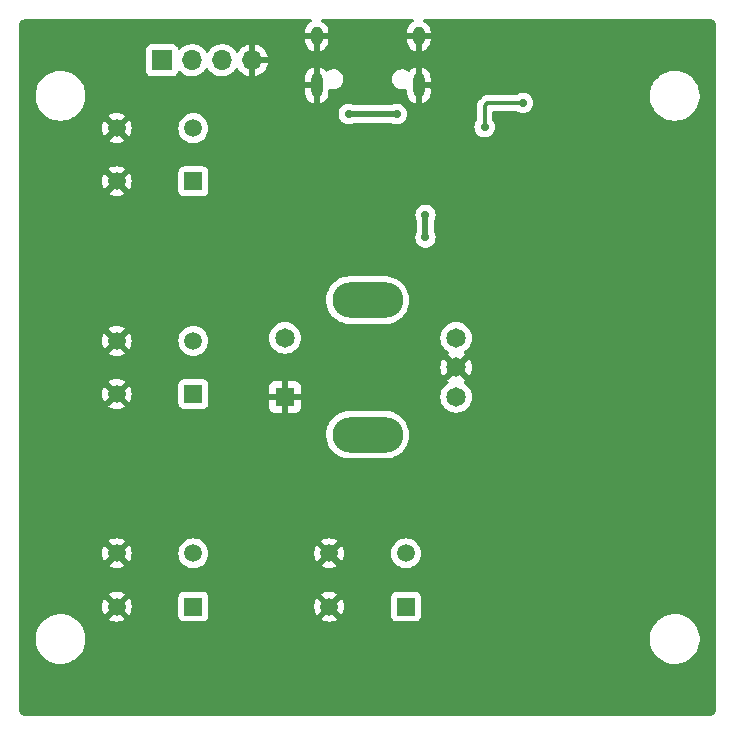
<source format=gbl>
G04 #@! TF.GenerationSoftware,KiCad,Pcbnew,(6.0.1-0)*
G04 #@! TF.CreationDate,2022-07-10T21:45:08+01:00*
G04 #@! TF.ProjectId,Spinny,5370696e-6e79-42e6-9b69-6361645f7063,rev?*
G04 #@! TF.SameCoordinates,Original*
G04 #@! TF.FileFunction,Copper,L2,Bot*
G04 #@! TF.FilePolarity,Positive*
%FSLAX46Y46*%
G04 Gerber Fmt 4.6, Leading zero omitted, Abs format (unit mm)*
G04 Created by KiCad (PCBNEW (6.0.1-0)) date 2022-07-10 21:45:08*
%MOMM*%
%LPD*%
G01*
G04 APERTURE LIST*
G04 #@! TA.AperFunction,ComponentPad*
%ADD10R,1.508000X1.508000*%
G04 #@! TD*
G04 #@! TA.AperFunction,ComponentPad*
%ADD11C,1.508000*%
G04 #@! TD*
G04 #@! TA.AperFunction,ComponentPad*
%ADD12R,1.650000X1.650000*%
G04 #@! TD*
G04 #@! TA.AperFunction,ComponentPad*
%ADD13C,1.650000*%
G04 #@! TD*
G04 #@! TA.AperFunction,ComponentPad*
%ADD14O,6.000000X3.000000*%
G04 #@! TD*
G04 #@! TA.AperFunction,ComponentPad*
%ADD15O,1.000000X2.100000*%
G04 #@! TD*
G04 #@! TA.AperFunction,ComponentPad*
%ADD16O,1.000000X1.600000*%
G04 #@! TD*
G04 #@! TA.AperFunction,ComponentPad*
%ADD17R,1.700000X1.700000*%
G04 #@! TD*
G04 #@! TA.AperFunction,ComponentPad*
%ADD18O,1.700000X1.700000*%
G04 #@! TD*
G04 #@! TA.AperFunction,ViaPad*
%ADD19C,0.700000*%
G04 #@! TD*
G04 #@! TA.AperFunction,Conductor*
%ADD20C,0.500000*%
G04 #@! TD*
G04 #@! TA.AperFunction,Conductor*
%ADD21C,0.300000*%
G04 #@! TD*
G04 APERTURE END LIST*
D10*
X135250000Y-102250000D03*
D11*
X135250000Y-97750000D03*
X128750000Y-102250000D03*
X128750000Y-97750000D03*
X135250000Y-115750000D03*
D10*
X135250000Y-120250000D03*
D11*
X128750000Y-120250000D03*
X128750000Y-115750000D03*
D12*
X143000000Y-102500000D03*
D13*
X143000000Y-97500000D03*
X157500000Y-102500000D03*
X157500000Y-97500000D03*
X157500000Y-100000000D03*
D14*
X150000000Y-105700000D03*
X150000000Y-94300000D03*
D11*
X135250000Y-79750000D03*
D10*
X135250000Y-84250000D03*
D11*
X128750000Y-79750000D03*
X128750000Y-84250000D03*
D15*
X154320000Y-76130000D03*
X145680000Y-76130000D03*
D16*
X145680000Y-71950000D03*
X154320000Y-71950000D03*
D17*
X132600000Y-73990000D03*
D18*
X135140000Y-73990000D03*
X137680000Y-73990000D03*
X140220000Y-73990000D03*
D10*
X153250000Y-120250000D03*
D11*
X153250000Y-115750000D03*
X146750000Y-115750000D03*
X146750000Y-120250000D03*
D19*
X148400000Y-78550000D03*
X152450000Y-78550000D03*
X172950000Y-84350000D03*
X166130000Y-89400000D03*
X166910560Y-85481304D03*
X172950000Y-90200000D03*
X150980628Y-79919872D03*
X165750000Y-75850000D03*
X168300000Y-81500000D03*
X166999500Y-94950000D03*
X171700000Y-92300000D03*
X146250000Y-83400000D03*
X145500000Y-81650000D03*
X172400000Y-72800000D03*
X144200000Y-80850000D03*
X158000000Y-75850000D03*
X145500000Y-82450000D03*
X161100000Y-88700000D03*
X162031166Y-83566561D03*
X154900000Y-89000000D03*
X154900000Y-87080000D03*
X163150000Y-77600000D03*
X159900000Y-79650000D03*
D20*
X152450000Y-78550000D02*
X148400000Y-78550000D01*
X154900000Y-87080000D02*
X154900000Y-89000000D01*
D21*
X159900000Y-77850000D02*
X160150000Y-77600000D01*
X160150000Y-77600000D02*
X163150000Y-77600000D01*
X159900000Y-79650000D02*
X159900000Y-77850000D01*
G04 #@! TA.AperFunction,Conductor*
G36*
X145243778Y-70528002D02*
G01*
X145290271Y-70581658D01*
X145300375Y-70651932D01*
X145270881Y-70716512D01*
X145234032Y-70745662D01*
X145130846Y-70799606D01*
X145120585Y-70806321D01*
X144976127Y-70922468D01*
X144967368Y-70931046D01*
X144848222Y-71073039D01*
X144841292Y-71083159D01*
X144751998Y-71245585D01*
X144747166Y-71256858D01*
X144691120Y-71433538D01*
X144688570Y-71445532D01*
X144672393Y-71589761D01*
X144672000Y-71596785D01*
X144672000Y-71677885D01*
X144676475Y-71693124D01*
X144677865Y-71694329D01*
X144685548Y-71696000D01*
X146669885Y-71696000D01*
X146685124Y-71691525D01*
X146686329Y-71690135D01*
X146688000Y-71682452D01*
X146688000Y-71603343D01*
X146687699Y-71597195D01*
X146674188Y-71459397D01*
X146671805Y-71447362D01*
X146618233Y-71269924D01*
X146613559Y-71258584D01*
X146526540Y-71094923D01*
X146519751Y-71084706D01*
X146402603Y-70941067D01*
X146393959Y-70932363D01*
X146251144Y-70814216D01*
X146240973Y-70807356D01*
X146125345Y-70744836D01*
X146074936Y-70694841D01*
X146059559Y-70625530D01*
X146084095Y-70558908D01*
X146140755Y-70516127D01*
X146185274Y-70508000D01*
X153815657Y-70508000D01*
X153883778Y-70528002D01*
X153930271Y-70581658D01*
X153940375Y-70651932D01*
X153910881Y-70716512D01*
X153874032Y-70745662D01*
X153770846Y-70799606D01*
X153760585Y-70806321D01*
X153616127Y-70922468D01*
X153607368Y-70931046D01*
X153488222Y-71073039D01*
X153481292Y-71083159D01*
X153391998Y-71245585D01*
X153387166Y-71256858D01*
X153331120Y-71433538D01*
X153328570Y-71445532D01*
X153312393Y-71589761D01*
X153312000Y-71596785D01*
X153312000Y-71677885D01*
X153316475Y-71693124D01*
X153317865Y-71694329D01*
X153325548Y-71696000D01*
X155309885Y-71696000D01*
X155325124Y-71691525D01*
X155326329Y-71690135D01*
X155328000Y-71682452D01*
X155328000Y-71603343D01*
X155327699Y-71597195D01*
X155314188Y-71459397D01*
X155311805Y-71447362D01*
X155258233Y-71269924D01*
X155253559Y-71258584D01*
X155166540Y-71094923D01*
X155159751Y-71084706D01*
X155042603Y-70941067D01*
X155033959Y-70932363D01*
X154891144Y-70814216D01*
X154880973Y-70807356D01*
X154765345Y-70744836D01*
X154714936Y-70694841D01*
X154699559Y-70625530D01*
X154724095Y-70558908D01*
X154780755Y-70516127D01*
X154825274Y-70508000D01*
X178950673Y-70508000D01*
X178970057Y-70509500D01*
X178984858Y-70511805D01*
X178984862Y-70511805D01*
X178993731Y-70513186D01*
X179002633Y-70512022D01*
X179002637Y-70512022D01*
X179002733Y-70512009D01*
X179033170Y-70511738D01*
X179095375Y-70518746D01*
X179122882Y-70525024D01*
X179200071Y-70552034D01*
X179225491Y-70564276D01*
X179294738Y-70607787D01*
X179316797Y-70625379D01*
X179374621Y-70683203D01*
X179392213Y-70705262D01*
X179435724Y-70774509D01*
X179447966Y-70799930D01*
X179474975Y-70877117D01*
X179481254Y-70904624D01*
X179487522Y-70960251D01*
X179488305Y-70975897D01*
X179488196Y-70984855D01*
X179486814Y-70993729D01*
X179488454Y-71006269D01*
X179490936Y-71025250D01*
X179492000Y-71041588D01*
X179492000Y-128950673D01*
X179490500Y-128970057D01*
X179488195Y-128984858D01*
X179488195Y-128984862D01*
X179486814Y-128993731D01*
X179487978Y-129002633D01*
X179487978Y-129002637D01*
X179487991Y-129002733D01*
X179488262Y-129033170D01*
X179481254Y-129095375D01*
X179474975Y-129122885D01*
X179447966Y-129200071D01*
X179435724Y-129225491D01*
X179392213Y-129294738D01*
X179374621Y-129316797D01*
X179316797Y-129374621D01*
X179294738Y-129392213D01*
X179225491Y-129435724D01*
X179200070Y-129447966D01*
X179122883Y-129474975D01*
X179095376Y-129481254D01*
X179071428Y-129483952D01*
X179039744Y-129487522D01*
X179024103Y-129488305D01*
X179015145Y-129488196D01*
X179006271Y-129486814D01*
X178974750Y-129490936D01*
X178958412Y-129492000D01*
X121049327Y-129492000D01*
X121029943Y-129490500D01*
X121015142Y-129488195D01*
X121015138Y-129488195D01*
X121006269Y-129486814D01*
X120997367Y-129487978D01*
X120997363Y-129487978D01*
X120997267Y-129487991D01*
X120966830Y-129488262D01*
X120904625Y-129481254D01*
X120877118Y-129474976D01*
X120799928Y-129447966D01*
X120774509Y-129435724D01*
X120705262Y-129392213D01*
X120683203Y-129374621D01*
X120625379Y-129316797D01*
X120607787Y-129294738D01*
X120564276Y-129225491D01*
X120552034Y-129200070D01*
X120525025Y-129122883D01*
X120518746Y-129095376D01*
X120512478Y-129039749D01*
X120511695Y-129024103D01*
X120511804Y-129015145D01*
X120513186Y-129006271D01*
X120509064Y-128974749D01*
X120508000Y-128958412D01*
X120508000Y-123132703D01*
X121890743Y-123132703D01*
X121928268Y-123417734D01*
X122004129Y-123695036D01*
X122116923Y-123959476D01*
X122264561Y-124206161D01*
X122444313Y-124430528D01*
X122652851Y-124628423D01*
X122886317Y-124796186D01*
X122890112Y-124798195D01*
X122890113Y-124798196D01*
X122911869Y-124809715D01*
X123140392Y-124930712D01*
X123410373Y-125029511D01*
X123691264Y-125090755D01*
X123719841Y-125093004D01*
X123914282Y-125108307D01*
X123914291Y-125108307D01*
X123916739Y-125108500D01*
X124072271Y-125108500D01*
X124074407Y-125108354D01*
X124074418Y-125108354D01*
X124282548Y-125094165D01*
X124282554Y-125094164D01*
X124286825Y-125093873D01*
X124291020Y-125093004D01*
X124291022Y-125093004D01*
X124427583Y-125064724D01*
X124568342Y-125035574D01*
X124839343Y-124939607D01*
X125094812Y-124807750D01*
X125098313Y-124805289D01*
X125098317Y-124805287D01*
X125212418Y-124725095D01*
X125330023Y-124642441D01*
X125540622Y-124446740D01*
X125722713Y-124224268D01*
X125872927Y-123979142D01*
X125988483Y-123715898D01*
X126067244Y-123439406D01*
X126107751Y-123154784D01*
X126107845Y-123136951D01*
X126107867Y-123132703D01*
X173890743Y-123132703D01*
X173928268Y-123417734D01*
X174004129Y-123695036D01*
X174116923Y-123959476D01*
X174264561Y-124206161D01*
X174444313Y-124430528D01*
X174652851Y-124628423D01*
X174886317Y-124796186D01*
X174890112Y-124798195D01*
X174890113Y-124798196D01*
X174911869Y-124809715D01*
X175140392Y-124930712D01*
X175410373Y-125029511D01*
X175691264Y-125090755D01*
X175719841Y-125093004D01*
X175914282Y-125108307D01*
X175914291Y-125108307D01*
X175916739Y-125108500D01*
X176072271Y-125108500D01*
X176074407Y-125108354D01*
X176074418Y-125108354D01*
X176282548Y-125094165D01*
X176282554Y-125094164D01*
X176286825Y-125093873D01*
X176291020Y-125093004D01*
X176291022Y-125093004D01*
X176427583Y-125064724D01*
X176568342Y-125035574D01*
X176839343Y-124939607D01*
X177094812Y-124807750D01*
X177098313Y-124805289D01*
X177098317Y-124805287D01*
X177212418Y-124725095D01*
X177330023Y-124642441D01*
X177540622Y-124446740D01*
X177722713Y-124224268D01*
X177872927Y-123979142D01*
X177988483Y-123715898D01*
X178067244Y-123439406D01*
X178107751Y-123154784D01*
X178107845Y-123136951D01*
X178109235Y-122871583D01*
X178109235Y-122871576D01*
X178109257Y-122867297D01*
X178071732Y-122582266D01*
X177995871Y-122304964D01*
X177883077Y-122040524D01*
X177735439Y-121793839D01*
X177555687Y-121569472D01*
X177347149Y-121371577D01*
X177113683Y-121203814D01*
X177091843Y-121192250D01*
X176958625Y-121121715D01*
X176859608Y-121069288D01*
X176589627Y-120970489D01*
X176308736Y-120909245D01*
X176277685Y-120906801D01*
X176085718Y-120891693D01*
X176085709Y-120891693D01*
X176083261Y-120891500D01*
X175927729Y-120891500D01*
X175925593Y-120891646D01*
X175925582Y-120891646D01*
X175717452Y-120905835D01*
X175717446Y-120905836D01*
X175713175Y-120906127D01*
X175708980Y-120906996D01*
X175708978Y-120906996D01*
X175601841Y-120929183D01*
X175431658Y-120964426D01*
X175160657Y-121060393D01*
X174905188Y-121192250D01*
X174901687Y-121194711D01*
X174901683Y-121194713D01*
X174891594Y-121201804D01*
X174669977Y-121357559D01*
X174654892Y-121371577D01*
X174518787Y-121498054D01*
X174459378Y-121553260D01*
X174277287Y-121775732D01*
X174127073Y-122020858D01*
X174011517Y-122284102D01*
X173932756Y-122560594D01*
X173892249Y-122845216D01*
X173892227Y-122849505D01*
X173892226Y-122849512D01*
X173890765Y-123128417D01*
X173890743Y-123132703D01*
X126107867Y-123132703D01*
X126109235Y-122871583D01*
X126109235Y-122871576D01*
X126109257Y-122867297D01*
X126071732Y-122582266D01*
X125995871Y-122304964D01*
X125883077Y-122040524D01*
X125735439Y-121793839D01*
X125555687Y-121569472D01*
X125347149Y-121371577D01*
X125251762Y-121303034D01*
X128061521Y-121303034D01*
X128070817Y-121315049D01*
X128112081Y-121343942D01*
X128121576Y-121349425D01*
X128311740Y-121438099D01*
X128322032Y-121441845D01*
X128524704Y-121496151D01*
X128535499Y-121498054D01*
X128744525Y-121516342D01*
X128755475Y-121516342D01*
X128964501Y-121498054D01*
X128975296Y-121496151D01*
X129177968Y-121441845D01*
X129188260Y-121438099D01*
X129378424Y-121349425D01*
X129387919Y-121343942D01*
X129430021Y-121314462D01*
X129438396Y-121303985D01*
X129431328Y-121290538D01*
X129192924Y-121052134D01*
X133987500Y-121052134D01*
X133994255Y-121114316D01*
X134045385Y-121250705D01*
X134132739Y-121367261D01*
X134249295Y-121454615D01*
X134385684Y-121505745D01*
X134447866Y-121512500D01*
X136052134Y-121512500D01*
X136114316Y-121505745D01*
X136250705Y-121454615D01*
X136367261Y-121367261D01*
X136415397Y-121303034D01*
X146061521Y-121303034D01*
X146070817Y-121315049D01*
X146112081Y-121343942D01*
X146121576Y-121349425D01*
X146311740Y-121438099D01*
X146322032Y-121441845D01*
X146524704Y-121496151D01*
X146535499Y-121498054D01*
X146744525Y-121516342D01*
X146755475Y-121516342D01*
X146964501Y-121498054D01*
X146975296Y-121496151D01*
X147177968Y-121441845D01*
X147188260Y-121438099D01*
X147378424Y-121349425D01*
X147387919Y-121343942D01*
X147430021Y-121314462D01*
X147438396Y-121303985D01*
X147431328Y-121290538D01*
X147192924Y-121052134D01*
X151987500Y-121052134D01*
X151994255Y-121114316D01*
X152045385Y-121250705D01*
X152132739Y-121367261D01*
X152249295Y-121454615D01*
X152385684Y-121505745D01*
X152447866Y-121512500D01*
X154052134Y-121512500D01*
X154114316Y-121505745D01*
X154250705Y-121454615D01*
X154367261Y-121367261D01*
X154454615Y-121250705D01*
X154505745Y-121114316D01*
X154512500Y-121052134D01*
X154512500Y-119447866D01*
X154505745Y-119385684D01*
X154454615Y-119249295D01*
X154367261Y-119132739D01*
X154250705Y-119045385D01*
X154114316Y-118994255D01*
X154052134Y-118987500D01*
X152447866Y-118987500D01*
X152385684Y-118994255D01*
X152249295Y-119045385D01*
X152132739Y-119132739D01*
X152045385Y-119249295D01*
X151994255Y-119385684D01*
X151987500Y-119447866D01*
X151987500Y-121052134D01*
X147192924Y-121052134D01*
X146762812Y-120622022D01*
X146748868Y-120614408D01*
X146747035Y-120614539D01*
X146740420Y-120618790D01*
X146067951Y-121291259D01*
X146061521Y-121303034D01*
X136415397Y-121303034D01*
X136454615Y-121250705D01*
X136505745Y-121114316D01*
X136512500Y-121052134D01*
X136512500Y-120255475D01*
X145483658Y-120255475D01*
X145501946Y-120464501D01*
X145503849Y-120475296D01*
X145558155Y-120677968D01*
X145561901Y-120688260D01*
X145650577Y-120878425D01*
X145656055Y-120887915D01*
X145685539Y-120930022D01*
X145696015Y-120938396D01*
X145709463Y-120931327D01*
X146377978Y-120262812D01*
X146384356Y-120251132D01*
X147114408Y-120251132D01*
X147114539Y-120252965D01*
X147118790Y-120259580D01*
X147791259Y-120932049D01*
X147803033Y-120938479D01*
X147815049Y-120929183D01*
X147843945Y-120887915D01*
X147849423Y-120878425D01*
X147938099Y-120688260D01*
X147941845Y-120677968D01*
X147996151Y-120475296D01*
X147998054Y-120464501D01*
X148016342Y-120255475D01*
X148016342Y-120244525D01*
X147998054Y-120035499D01*
X147996151Y-120024704D01*
X147941845Y-119822032D01*
X147938099Y-119811740D01*
X147849423Y-119621575D01*
X147843945Y-119612085D01*
X147814461Y-119569978D01*
X147803985Y-119561604D01*
X147790537Y-119568673D01*
X147122022Y-120237188D01*
X147114408Y-120251132D01*
X146384356Y-120251132D01*
X146385592Y-120248868D01*
X146385461Y-120247035D01*
X146381210Y-120240420D01*
X145708741Y-119567951D01*
X145696967Y-119561521D01*
X145684951Y-119570817D01*
X145656055Y-119612085D01*
X145650577Y-119621575D01*
X145561901Y-119811740D01*
X145558155Y-119822032D01*
X145503849Y-120024704D01*
X145501946Y-120035499D01*
X145483658Y-120244525D01*
X145483658Y-120255475D01*
X136512500Y-120255475D01*
X136512500Y-119447866D01*
X136505745Y-119385684D01*
X136454615Y-119249295D01*
X136414684Y-119196015D01*
X146061604Y-119196015D01*
X146068673Y-119209463D01*
X146737188Y-119877978D01*
X146751132Y-119885592D01*
X146752965Y-119885461D01*
X146759580Y-119881210D01*
X147432049Y-119208741D01*
X147438479Y-119196966D01*
X147429183Y-119184951D01*
X147387919Y-119156058D01*
X147378424Y-119150575D01*
X147188260Y-119061901D01*
X147177968Y-119058155D01*
X146975296Y-119003849D01*
X146964501Y-119001946D01*
X146755475Y-118983658D01*
X146744525Y-118983658D01*
X146535499Y-119001946D01*
X146524704Y-119003849D01*
X146322032Y-119058155D01*
X146311740Y-119061901D01*
X146121575Y-119150577D01*
X146112085Y-119156055D01*
X146069978Y-119185539D01*
X146061604Y-119196015D01*
X136414684Y-119196015D01*
X136367261Y-119132739D01*
X136250705Y-119045385D01*
X136114316Y-118994255D01*
X136052134Y-118987500D01*
X134447866Y-118987500D01*
X134385684Y-118994255D01*
X134249295Y-119045385D01*
X134132739Y-119132739D01*
X134045385Y-119249295D01*
X133994255Y-119385684D01*
X133987500Y-119447866D01*
X133987500Y-121052134D01*
X129192924Y-121052134D01*
X128762812Y-120622022D01*
X128748868Y-120614408D01*
X128747035Y-120614539D01*
X128740420Y-120618790D01*
X128067951Y-121291259D01*
X128061521Y-121303034D01*
X125251762Y-121303034D01*
X125113683Y-121203814D01*
X125091843Y-121192250D01*
X124958625Y-121121715D01*
X124859608Y-121069288D01*
X124589627Y-120970489D01*
X124308736Y-120909245D01*
X124277685Y-120906801D01*
X124085718Y-120891693D01*
X124085709Y-120891693D01*
X124083261Y-120891500D01*
X123927729Y-120891500D01*
X123925593Y-120891646D01*
X123925582Y-120891646D01*
X123717452Y-120905835D01*
X123717446Y-120905836D01*
X123713175Y-120906127D01*
X123708980Y-120906996D01*
X123708978Y-120906996D01*
X123601841Y-120929183D01*
X123431658Y-120964426D01*
X123160657Y-121060393D01*
X122905188Y-121192250D01*
X122901687Y-121194711D01*
X122901683Y-121194713D01*
X122891594Y-121201804D01*
X122669977Y-121357559D01*
X122654892Y-121371577D01*
X122518787Y-121498054D01*
X122459378Y-121553260D01*
X122277287Y-121775732D01*
X122127073Y-122020858D01*
X122011517Y-122284102D01*
X121932756Y-122560594D01*
X121892249Y-122845216D01*
X121892227Y-122849505D01*
X121892226Y-122849512D01*
X121890765Y-123128417D01*
X121890743Y-123132703D01*
X120508000Y-123132703D01*
X120508000Y-120255475D01*
X127483658Y-120255475D01*
X127501946Y-120464501D01*
X127503849Y-120475296D01*
X127558155Y-120677968D01*
X127561901Y-120688260D01*
X127650577Y-120878425D01*
X127656055Y-120887915D01*
X127685539Y-120930022D01*
X127696015Y-120938396D01*
X127709463Y-120931327D01*
X128377978Y-120262812D01*
X128384356Y-120251132D01*
X129114408Y-120251132D01*
X129114539Y-120252965D01*
X129118790Y-120259580D01*
X129791259Y-120932049D01*
X129803033Y-120938479D01*
X129815049Y-120929183D01*
X129843945Y-120887915D01*
X129849423Y-120878425D01*
X129938099Y-120688260D01*
X129941845Y-120677968D01*
X129996151Y-120475296D01*
X129998054Y-120464501D01*
X130016342Y-120255475D01*
X130016342Y-120244525D01*
X129998054Y-120035499D01*
X129996151Y-120024704D01*
X129941845Y-119822032D01*
X129938099Y-119811740D01*
X129849423Y-119621575D01*
X129843945Y-119612085D01*
X129814461Y-119569978D01*
X129803985Y-119561604D01*
X129790537Y-119568673D01*
X129122022Y-120237188D01*
X129114408Y-120251132D01*
X128384356Y-120251132D01*
X128385592Y-120248868D01*
X128385461Y-120247035D01*
X128381210Y-120240420D01*
X127708741Y-119567951D01*
X127696967Y-119561521D01*
X127684951Y-119570817D01*
X127656055Y-119612085D01*
X127650577Y-119621575D01*
X127561901Y-119811740D01*
X127558155Y-119822032D01*
X127503849Y-120024704D01*
X127501946Y-120035499D01*
X127483658Y-120244525D01*
X127483658Y-120255475D01*
X120508000Y-120255475D01*
X120508000Y-119196015D01*
X128061604Y-119196015D01*
X128068673Y-119209463D01*
X128737188Y-119877978D01*
X128751132Y-119885592D01*
X128752965Y-119885461D01*
X128759580Y-119881210D01*
X129432049Y-119208741D01*
X129438479Y-119196966D01*
X129429183Y-119184951D01*
X129387919Y-119156058D01*
X129378424Y-119150575D01*
X129188260Y-119061901D01*
X129177968Y-119058155D01*
X128975296Y-119003849D01*
X128964501Y-119001946D01*
X128755475Y-118983658D01*
X128744525Y-118983658D01*
X128535499Y-119001946D01*
X128524704Y-119003849D01*
X128322032Y-119058155D01*
X128311740Y-119061901D01*
X128121575Y-119150577D01*
X128112085Y-119156055D01*
X128069978Y-119185539D01*
X128061604Y-119196015D01*
X120508000Y-119196015D01*
X120508000Y-116803034D01*
X128061521Y-116803034D01*
X128070817Y-116815049D01*
X128112081Y-116843942D01*
X128121576Y-116849425D01*
X128311740Y-116938099D01*
X128322032Y-116941845D01*
X128524704Y-116996151D01*
X128535499Y-116998054D01*
X128744525Y-117016342D01*
X128755475Y-117016342D01*
X128964501Y-116998054D01*
X128975296Y-116996151D01*
X129177968Y-116941845D01*
X129188260Y-116938099D01*
X129378424Y-116849425D01*
X129387919Y-116843942D01*
X129430021Y-116814462D01*
X129438396Y-116803985D01*
X129431328Y-116790538D01*
X128762812Y-116122022D01*
X128748868Y-116114408D01*
X128747035Y-116114539D01*
X128740420Y-116118790D01*
X128067951Y-116791259D01*
X128061521Y-116803034D01*
X120508000Y-116803034D01*
X120508000Y-115755475D01*
X127483658Y-115755475D01*
X127501946Y-115964501D01*
X127503849Y-115975296D01*
X127558155Y-116177968D01*
X127561901Y-116188260D01*
X127650577Y-116378425D01*
X127656055Y-116387915D01*
X127685539Y-116430022D01*
X127696015Y-116438396D01*
X127709463Y-116431327D01*
X128377978Y-115762812D01*
X128384356Y-115751132D01*
X129114408Y-115751132D01*
X129114539Y-115752965D01*
X129118790Y-115759580D01*
X129791259Y-116432049D01*
X129803033Y-116438479D01*
X129815049Y-116429183D01*
X129843945Y-116387915D01*
X129849423Y-116378425D01*
X129938099Y-116188260D01*
X129941845Y-116177968D01*
X129996151Y-115975296D01*
X129998054Y-115964501D01*
X130016342Y-115755475D01*
X130016342Y-115750000D01*
X133982677Y-115750000D01*
X134001930Y-115970068D01*
X134059106Y-116183450D01*
X134152466Y-116383661D01*
X134279174Y-116564620D01*
X134435380Y-116720826D01*
X134439888Y-116723983D01*
X134439891Y-116723985D01*
X134611208Y-116843942D01*
X134616338Y-116847534D01*
X134621320Y-116849857D01*
X134621325Y-116849860D01*
X134810556Y-116938099D01*
X134816550Y-116940894D01*
X134821858Y-116942316D01*
X134821860Y-116942317D01*
X134887252Y-116959839D01*
X135029932Y-116998070D01*
X135250000Y-117017323D01*
X135470068Y-116998070D01*
X135612748Y-116959839D01*
X135678140Y-116942317D01*
X135678142Y-116942316D01*
X135683450Y-116940894D01*
X135689444Y-116938099D01*
X135878675Y-116849860D01*
X135878680Y-116849857D01*
X135883662Y-116847534D01*
X135888792Y-116843942D01*
X135947215Y-116803034D01*
X146061521Y-116803034D01*
X146070817Y-116815049D01*
X146112081Y-116843942D01*
X146121576Y-116849425D01*
X146311740Y-116938099D01*
X146322032Y-116941845D01*
X146524704Y-116996151D01*
X146535499Y-116998054D01*
X146744525Y-117016342D01*
X146755475Y-117016342D01*
X146964501Y-116998054D01*
X146975296Y-116996151D01*
X147177968Y-116941845D01*
X147188260Y-116938099D01*
X147378424Y-116849425D01*
X147387919Y-116843942D01*
X147430021Y-116814462D01*
X147438396Y-116803985D01*
X147431328Y-116790538D01*
X146762812Y-116122022D01*
X146748868Y-116114408D01*
X146747035Y-116114539D01*
X146740420Y-116118790D01*
X146067951Y-116791259D01*
X146061521Y-116803034D01*
X135947215Y-116803034D01*
X136060109Y-116723985D01*
X136060112Y-116723983D01*
X136064620Y-116720826D01*
X136220826Y-116564620D01*
X136347534Y-116383661D01*
X136440894Y-116183450D01*
X136498070Y-115970068D01*
X136516844Y-115755475D01*
X145483658Y-115755475D01*
X145501946Y-115964501D01*
X145503849Y-115975296D01*
X145558155Y-116177968D01*
X145561901Y-116188260D01*
X145650577Y-116378425D01*
X145656055Y-116387915D01*
X145685539Y-116430022D01*
X145696015Y-116438396D01*
X145709463Y-116431327D01*
X146377978Y-115762812D01*
X146384356Y-115751132D01*
X147114408Y-115751132D01*
X147114539Y-115752965D01*
X147118790Y-115759580D01*
X147791259Y-116432049D01*
X147803033Y-116438479D01*
X147815049Y-116429183D01*
X147843945Y-116387915D01*
X147849423Y-116378425D01*
X147938099Y-116188260D01*
X147941845Y-116177968D01*
X147996151Y-115975296D01*
X147998054Y-115964501D01*
X148016342Y-115755475D01*
X148016342Y-115750000D01*
X151982677Y-115750000D01*
X152001930Y-115970068D01*
X152059106Y-116183450D01*
X152152466Y-116383661D01*
X152279174Y-116564620D01*
X152435380Y-116720826D01*
X152439888Y-116723983D01*
X152439891Y-116723985D01*
X152611208Y-116843942D01*
X152616338Y-116847534D01*
X152621320Y-116849857D01*
X152621325Y-116849860D01*
X152810556Y-116938099D01*
X152816550Y-116940894D01*
X152821858Y-116942316D01*
X152821860Y-116942317D01*
X152887252Y-116959839D01*
X153029932Y-116998070D01*
X153250000Y-117017323D01*
X153470068Y-116998070D01*
X153612748Y-116959839D01*
X153678140Y-116942317D01*
X153678142Y-116942316D01*
X153683450Y-116940894D01*
X153689444Y-116938099D01*
X153878675Y-116849860D01*
X153878680Y-116849857D01*
X153883662Y-116847534D01*
X153888792Y-116843942D01*
X154060109Y-116723985D01*
X154060112Y-116723983D01*
X154064620Y-116720826D01*
X154220826Y-116564620D01*
X154347534Y-116383661D01*
X154440894Y-116183450D01*
X154498070Y-115970068D01*
X154517323Y-115750000D01*
X154498070Y-115529932D01*
X154440894Y-115316550D01*
X154347534Y-115116339D01*
X154220826Y-114935380D01*
X154064620Y-114779174D01*
X154060112Y-114776017D01*
X154060109Y-114776015D01*
X153888171Y-114655623D01*
X153888168Y-114655621D01*
X153883662Y-114652466D01*
X153878680Y-114650143D01*
X153878675Y-114650140D01*
X153688432Y-114561429D01*
X153688431Y-114561429D01*
X153683450Y-114559106D01*
X153678142Y-114557684D01*
X153678140Y-114557683D01*
X153612748Y-114540161D01*
X153470068Y-114501930D01*
X153250000Y-114482677D01*
X153029932Y-114501930D01*
X152887252Y-114540161D01*
X152821860Y-114557683D01*
X152821858Y-114557684D01*
X152816550Y-114559106D01*
X152811569Y-114561428D01*
X152811568Y-114561429D01*
X152621320Y-114650143D01*
X152621317Y-114650145D01*
X152616339Y-114652466D01*
X152435380Y-114779174D01*
X152279174Y-114935380D01*
X152152466Y-115116339D01*
X152059106Y-115316550D01*
X152001930Y-115529932D01*
X151982677Y-115750000D01*
X148016342Y-115750000D01*
X148016342Y-115744525D01*
X147998054Y-115535499D01*
X147996151Y-115524704D01*
X147941845Y-115322032D01*
X147938099Y-115311740D01*
X147849423Y-115121575D01*
X147843945Y-115112085D01*
X147814461Y-115069978D01*
X147803985Y-115061604D01*
X147790537Y-115068673D01*
X147122022Y-115737188D01*
X147114408Y-115751132D01*
X146384356Y-115751132D01*
X146385592Y-115748868D01*
X146385461Y-115747035D01*
X146381210Y-115740420D01*
X145708741Y-115067951D01*
X145696967Y-115061521D01*
X145684951Y-115070817D01*
X145656055Y-115112085D01*
X145650577Y-115121575D01*
X145561901Y-115311740D01*
X145558155Y-115322032D01*
X145503849Y-115524704D01*
X145501946Y-115535499D01*
X145483658Y-115744525D01*
X145483658Y-115755475D01*
X136516844Y-115755475D01*
X136517323Y-115750000D01*
X136498070Y-115529932D01*
X136440894Y-115316550D01*
X136347534Y-115116339D01*
X136220826Y-114935380D01*
X136064620Y-114779174D01*
X136060112Y-114776017D01*
X136060109Y-114776015D01*
X135945857Y-114696015D01*
X146061604Y-114696015D01*
X146068673Y-114709463D01*
X146737188Y-115377978D01*
X146751132Y-115385592D01*
X146752965Y-115385461D01*
X146759580Y-115381210D01*
X147432049Y-114708741D01*
X147438479Y-114696966D01*
X147429183Y-114684951D01*
X147387919Y-114656058D01*
X147378424Y-114650575D01*
X147188260Y-114561901D01*
X147177968Y-114558155D01*
X146975296Y-114503849D01*
X146964501Y-114501946D01*
X146755475Y-114483658D01*
X146744525Y-114483658D01*
X146535499Y-114501946D01*
X146524704Y-114503849D01*
X146322032Y-114558155D01*
X146311740Y-114561901D01*
X146121575Y-114650577D01*
X146112085Y-114656055D01*
X146069978Y-114685539D01*
X146061604Y-114696015D01*
X135945857Y-114696015D01*
X135888171Y-114655623D01*
X135888168Y-114655621D01*
X135883662Y-114652466D01*
X135878680Y-114650143D01*
X135878675Y-114650140D01*
X135688432Y-114561429D01*
X135688431Y-114561429D01*
X135683450Y-114559106D01*
X135678142Y-114557684D01*
X135678140Y-114557683D01*
X135612748Y-114540161D01*
X135470068Y-114501930D01*
X135250000Y-114482677D01*
X135029932Y-114501930D01*
X134887252Y-114540161D01*
X134821860Y-114557683D01*
X134821858Y-114557684D01*
X134816550Y-114559106D01*
X134811569Y-114561428D01*
X134811568Y-114561429D01*
X134621320Y-114650143D01*
X134621317Y-114650145D01*
X134616339Y-114652466D01*
X134435380Y-114779174D01*
X134279174Y-114935380D01*
X134152466Y-115116339D01*
X134059106Y-115316550D01*
X134001930Y-115529932D01*
X133982677Y-115750000D01*
X130016342Y-115750000D01*
X130016342Y-115744525D01*
X129998054Y-115535499D01*
X129996151Y-115524704D01*
X129941845Y-115322032D01*
X129938099Y-115311740D01*
X129849423Y-115121575D01*
X129843945Y-115112085D01*
X129814461Y-115069978D01*
X129803985Y-115061604D01*
X129790537Y-115068673D01*
X129122022Y-115737188D01*
X129114408Y-115751132D01*
X128384356Y-115751132D01*
X128385592Y-115748868D01*
X128385461Y-115747035D01*
X128381210Y-115740420D01*
X127708741Y-115067951D01*
X127696967Y-115061521D01*
X127684951Y-115070817D01*
X127656055Y-115112085D01*
X127650577Y-115121575D01*
X127561901Y-115311740D01*
X127558155Y-115322032D01*
X127503849Y-115524704D01*
X127501946Y-115535499D01*
X127483658Y-115744525D01*
X127483658Y-115755475D01*
X120508000Y-115755475D01*
X120508000Y-114696015D01*
X128061604Y-114696015D01*
X128068673Y-114709463D01*
X128737188Y-115377978D01*
X128751132Y-115385592D01*
X128752965Y-115385461D01*
X128759580Y-115381210D01*
X129432049Y-114708741D01*
X129438479Y-114696966D01*
X129429183Y-114684951D01*
X129387919Y-114656058D01*
X129378424Y-114650575D01*
X129188260Y-114561901D01*
X129177968Y-114558155D01*
X128975296Y-114503849D01*
X128964501Y-114501946D01*
X128755475Y-114483658D01*
X128744525Y-114483658D01*
X128535499Y-114501946D01*
X128524704Y-114503849D01*
X128322032Y-114558155D01*
X128311740Y-114561901D01*
X128121575Y-114650577D01*
X128112085Y-114656055D01*
X128069978Y-114685539D01*
X128061604Y-114696015D01*
X120508000Y-114696015D01*
X120508000Y-105629733D01*
X146487822Y-105629733D01*
X146497625Y-105910458D01*
X146498387Y-105914781D01*
X146498388Y-105914788D01*
X146522164Y-106049624D01*
X146546402Y-106187087D01*
X146633203Y-106454235D01*
X146756340Y-106706702D01*
X146758795Y-106710341D01*
X146758798Y-106710347D01*
X146831890Y-106818710D01*
X146913415Y-106939576D01*
X147101371Y-107148322D01*
X147316550Y-107328879D01*
X147554764Y-107477731D01*
X147811375Y-107591982D01*
X148081390Y-107669407D01*
X148085740Y-107670018D01*
X148085743Y-107670019D01*
X148188690Y-107684487D01*
X148359552Y-107708500D01*
X151570146Y-107708500D01*
X151572332Y-107708347D01*
X151572336Y-107708347D01*
X151775827Y-107694118D01*
X151775832Y-107694117D01*
X151780212Y-107693811D01*
X152054970Y-107635409D01*
X152059099Y-107633906D01*
X152059103Y-107633905D01*
X152314781Y-107540846D01*
X152314785Y-107540844D01*
X152318926Y-107539337D01*
X152566942Y-107407464D01*
X152671896Y-107331211D01*
X152790629Y-107244947D01*
X152790632Y-107244944D01*
X152794192Y-107242358D01*
X152996252Y-107047231D01*
X153169188Y-106825882D01*
X153171384Y-106822078D01*
X153171389Y-106822071D01*
X153307435Y-106586431D01*
X153309636Y-106582619D01*
X153414862Y-106322176D01*
X153448544Y-106187087D01*
X153481753Y-106053893D01*
X153481754Y-106053888D01*
X153482817Y-106049624D01*
X153512178Y-105770267D01*
X153502375Y-105489542D01*
X153478608Y-105354749D01*
X153454360Y-105217236D01*
X153453598Y-105212913D01*
X153366797Y-104945765D01*
X153243660Y-104693298D01*
X153241205Y-104689659D01*
X153241202Y-104689653D01*
X153160935Y-104570653D01*
X153086585Y-104460424D01*
X152898629Y-104251678D01*
X152683450Y-104071121D01*
X152445236Y-103922269D01*
X152244733Y-103832999D01*
X152192639Y-103809805D01*
X152192637Y-103809804D01*
X152188625Y-103808018D01*
X151918610Y-103730593D01*
X151914260Y-103729982D01*
X151914257Y-103729981D01*
X151811310Y-103715513D01*
X151640448Y-103691500D01*
X148429854Y-103691500D01*
X148427668Y-103691653D01*
X148427664Y-103691653D01*
X148224173Y-103705882D01*
X148224168Y-103705883D01*
X148219788Y-103706189D01*
X147945030Y-103764591D01*
X147940901Y-103766094D01*
X147940897Y-103766095D01*
X147685219Y-103859154D01*
X147685215Y-103859156D01*
X147681074Y-103860663D01*
X147433058Y-103992536D01*
X147429499Y-103995122D01*
X147429497Y-103995123D01*
X147324895Y-104071121D01*
X147205808Y-104157642D01*
X147003748Y-104352769D01*
X146830812Y-104574118D01*
X146828616Y-104577922D01*
X146828611Y-104577929D01*
X146714794Y-104775067D01*
X146690364Y-104817381D01*
X146585138Y-105077824D01*
X146584073Y-105082097D01*
X146584072Y-105082099D01*
X146550379Y-105217236D01*
X146517183Y-105350376D01*
X146487822Y-105629733D01*
X120508000Y-105629733D01*
X120508000Y-103303034D01*
X128061521Y-103303034D01*
X128070817Y-103315049D01*
X128112081Y-103343942D01*
X128121576Y-103349425D01*
X128311740Y-103438099D01*
X128322032Y-103441845D01*
X128524704Y-103496151D01*
X128535499Y-103498054D01*
X128744525Y-103516342D01*
X128755475Y-103516342D01*
X128964501Y-103498054D01*
X128975296Y-103496151D01*
X129177968Y-103441845D01*
X129188260Y-103438099D01*
X129378424Y-103349425D01*
X129387919Y-103343942D01*
X129430021Y-103314462D01*
X129438396Y-103303985D01*
X129431328Y-103290538D01*
X129192924Y-103052134D01*
X133987500Y-103052134D01*
X133994255Y-103114316D01*
X134045385Y-103250705D01*
X134132739Y-103367261D01*
X134249295Y-103454615D01*
X134385684Y-103505745D01*
X134447866Y-103512500D01*
X136052134Y-103512500D01*
X136114316Y-103505745D01*
X136250705Y-103454615D01*
X136364048Y-103369669D01*
X141667001Y-103369669D01*
X141667371Y-103376490D01*
X141672895Y-103427352D01*
X141676521Y-103442604D01*
X141721676Y-103563054D01*
X141730214Y-103578649D01*
X141806715Y-103680724D01*
X141819276Y-103693285D01*
X141921351Y-103769786D01*
X141936946Y-103778324D01*
X142057394Y-103823478D01*
X142072649Y-103827105D01*
X142123514Y-103832631D01*
X142130328Y-103833000D01*
X142727885Y-103833000D01*
X142743124Y-103828525D01*
X142744329Y-103827135D01*
X142746000Y-103819452D01*
X142746000Y-103814884D01*
X143254000Y-103814884D01*
X143258475Y-103830123D01*
X143259865Y-103831328D01*
X143267548Y-103832999D01*
X143869669Y-103832999D01*
X143876490Y-103832629D01*
X143927352Y-103827105D01*
X143942604Y-103823479D01*
X144063054Y-103778324D01*
X144078649Y-103769786D01*
X144180724Y-103693285D01*
X144193285Y-103680724D01*
X144269786Y-103578649D01*
X144278324Y-103563054D01*
X144323478Y-103442606D01*
X144327105Y-103427351D01*
X144332631Y-103376486D01*
X144333000Y-103369672D01*
X144333000Y-102772115D01*
X144328525Y-102756876D01*
X144327135Y-102755671D01*
X144319452Y-102754000D01*
X143272115Y-102754000D01*
X143256876Y-102758475D01*
X143255671Y-102759865D01*
X143254000Y-102767548D01*
X143254000Y-103814884D01*
X142746000Y-103814884D01*
X142746000Y-102772115D01*
X142741525Y-102756876D01*
X142740135Y-102755671D01*
X142732452Y-102754000D01*
X141685116Y-102754000D01*
X141669877Y-102758475D01*
X141668672Y-102759865D01*
X141667001Y-102767548D01*
X141667001Y-103369669D01*
X136364048Y-103369669D01*
X136367261Y-103367261D01*
X136454615Y-103250705D01*
X136505745Y-103114316D01*
X136512500Y-103052134D01*
X136512500Y-102500000D01*
X156161406Y-102500000D01*
X156181742Y-102732444D01*
X156183166Y-102737757D01*
X156183166Y-102737759D01*
X156235033Y-102931327D01*
X156242133Y-102957826D01*
X156244455Y-102962806D01*
X156244456Y-102962808D01*
X156338418Y-103164310D01*
X156338421Y-103164315D01*
X156340744Y-103169297D01*
X156343900Y-103173804D01*
X156343901Y-103173806D01*
X156466871Y-103349425D01*
X156474578Y-103360432D01*
X156639568Y-103525422D01*
X156644076Y-103528579D01*
X156644079Y-103528581D01*
X156693312Y-103563054D01*
X156830703Y-103659256D01*
X156835685Y-103661579D01*
X156835690Y-103661582D01*
X156986284Y-103731805D01*
X157042174Y-103757867D01*
X157047482Y-103759289D01*
X157047484Y-103759290D01*
X157262241Y-103816834D01*
X157262243Y-103816834D01*
X157267556Y-103818258D01*
X157500000Y-103838594D01*
X157732444Y-103818258D01*
X157737757Y-103816834D01*
X157737759Y-103816834D01*
X157952516Y-103759290D01*
X157952518Y-103759289D01*
X157957826Y-103757867D01*
X158013716Y-103731805D01*
X158164310Y-103661582D01*
X158164315Y-103661579D01*
X158169297Y-103659256D01*
X158306688Y-103563054D01*
X158355921Y-103528581D01*
X158355924Y-103528579D01*
X158360432Y-103525422D01*
X158525422Y-103360432D01*
X158533130Y-103349425D01*
X158656099Y-103173806D01*
X158656100Y-103173804D01*
X158659256Y-103169297D01*
X158661579Y-103164315D01*
X158661582Y-103164310D01*
X158755544Y-102962808D01*
X158755545Y-102962806D01*
X158757867Y-102957826D01*
X158764968Y-102931327D01*
X158816834Y-102737759D01*
X158816834Y-102737757D01*
X158818258Y-102732444D01*
X158838594Y-102500000D01*
X158818258Y-102267556D01*
X158815021Y-102255475D01*
X158759290Y-102047484D01*
X158759289Y-102047482D01*
X158757867Y-102042174D01*
X158755544Y-102037192D01*
X158661582Y-101835690D01*
X158661579Y-101835685D01*
X158659256Y-101830703D01*
X158525422Y-101639568D01*
X158360432Y-101474578D01*
X158355924Y-101471421D01*
X158355921Y-101471419D01*
X158186669Y-101352908D01*
X158142341Y-101297451D01*
X158135032Y-101226832D01*
X158167063Y-101163471D01*
X158186669Y-101146482D01*
X158231000Y-101115441D01*
X158239375Y-101104964D01*
X158232307Y-101091517D01*
X157512812Y-100372022D01*
X157498868Y-100364408D01*
X157497035Y-100364539D01*
X157490420Y-100368790D01*
X156766972Y-101092238D01*
X156760542Y-101104013D01*
X156769838Y-101116028D01*
X156813331Y-101146482D01*
X156857659Y-101201939D01*
X156864968Y-101272558D01*
X156832937Y-101335919D01*
X156813331Y-101352908D01*
X156644079Y-101471419D01*
X156644076Y-101471421D01*
X156639568Y-101474578D01*
X156474578Y-101639568D01*
X156340744Y-101830703D01*
X156338421Y-101835685D01*
X156338418Y-101835690D01*
X156244456Y-102037192D01*
X156242133Y-102042174D01*
X156240711Y-102047482D01*
X156240710Y-102047484D01*
X156184979Y-102255475D01*
X156181742Y-102267556D01*
X156161406Y-102500000D01*
X136512500Y-102500000D01*
X136512500Y-102227885D01*
X141667000Y-102227885D01*
X141671475Y-102243124D01*
X141672865Y-102244329D01*
X141680548Y-102246000D01*
X142727885Y-102246000D01*
X142743124Y-102241525D01*
X142744329Y-102240135D01*
X142746000Y-102232452D01*
X142746000Y-102227885D01*
X143254000Y-102227885D01*
X143258475Y-102243124D01*
X143259865Y-102244329D01*
X143267548Y-102246000D01*
X144314884Y-102246000D01*
X144330123Y-102241525D01*
X144331328Y-102240135D01*
X144332999Y-102232452D01*
X144332999Y-101630331D01*
X144332629Y-101623510D01*
X144327105Y-101572648D01*
X144323479Y-101557396D01*
X144278324Y-101436946D01*
X144269786Y-101421351D01*
X144193285Y-101319276D01*
X144180724Y-101306715D01*
X144078649Y-101230214D01*
X144063054Y-101221676D01*
X143942606Y-101176522D01*
X143927351Y-101172895D01*
X143876486Y-101167369D01*
X143869672Y-101167000D01*
X143272115Y-101167000D01*
X143256876Y-101171475D01*
X143255671Y-101172865D01*
X143254000Y-101180548D01*
X143254000Y-102227885D01*
X142746000Y-102227885D01*
X142746000Y-101185116D01*
X142741525Y-101169877D01*
X142740135Y-101168672D01*
X142732452Y-101167001D01*
X142130331Y-101167001D01*
X142123510Y-101167371D01*
X142072648Y-101172895D01*
X142057396Y-101176521D01*
X141936946Y-101221676D01*
X141921351Y-101230214D01*
X141819276Y-101306715D01*
X141806715Y-101319276D01*
X141730214Y-101421351D01*
X141721676Y-101436946D01*
X141676522Y-101557394D01*
X141672895Y-101572649D01*
X141667369Y-101623514D01*
X141667000Y-101630328D01*
X141667000Y-102227885D01*
X136512500Y-102227885D01*
X136512500Y-101447866D01*
X136505745Y-101385684D01*
X136454615Y-101249295D01*
X136367261Y-101132739D01*
X136250705Y-101045385D01*
X136114316Y-100994255D01*
X136052134Y-100987500D01*
X134447866Y-100987500D01*
X134385684Y-100994255D01*
X134249295Y-101045385D01*
X134132739Y-101132739D01*
X134045385Y-101249295D01*
X133994255Y-101385684D01*
X133987500Y-101447866D01*
X133987500Y-103052134D01*
X129192924Y-103052134D01*
X128762812Y-102622022D01*
X128748868Y-102614408D01*
X128747035Y-102614539D01*
X128740420Y-102618790D01*
X128067951Y-103291259D01*
X128061521Y-103303034D01*
X120508000Y-103303034D01*
X120508000Y-102255475D01*
X127483658Y-102255475D01*
X127501946Y-102464501D01*
X127503849Y-102475296D01*
X127558155Y-102677968D01*
X127561901Y-102688260D01*
X127650577Y-102878425D01*
X127656055Y-102887915D01*
X127685539Y-102930022D01*
X127696015Y-102938396D01*
X127709463Y-102931327D01*
X128377978Y-102262812D01*
X128384356Y-102251132D01*
X129114408Y-102251132D01*
X129114539Y-102252965D01*
X129118790Y-102259580D01*
X129791259Y-102932049D01*
X129803033Y-102938479D01*
X129815049Y-102929183D01*
X129843945Y-102887915D01*
X129849423Y-102878425D01*
X129938099Y-102688260D01*
X129941845Y-102677968D01*
X129996151Y-102475296D01*
X129998054Y-102464501D01*
X130016342Y-102255475D01*
X130016342Y-102244525D01*
X129998054Y-102035499D01*
X129996151Y-102024704D01*
X129941845Y-101822032D01*
X129938099Y-101811740D01*
X129849423Y-101621575D01*
X129843945Y-101612085D01*
X129814461Y-101569978D01*
X129803985Y-101561604D01*
X129790537Y-101568673D01*
X129122022Y-102237188D01*
X129114408Y-102251132D01*
X128384356Y-102251132D01*
X128385592Y-102248868D01*
X128385461Y-102247035D01*
X128381210Y-102240420D01*
X127708741Y-101567951D01*
X127696967Y-101561521D01*
X127684951Y-101570817D01*
X127656055Y-101612085D01*
X127650577Y-101621575D01*
X127561901Y-101811740D01*
X127558155Y-101822032D01*
X127503849Y-102024704D01*
X127501946Y-102035499D01*
X127483658Y-102244525D01*
X127483658Y-102255475D01*
X120508000Y-102255475D01*
X120508000Y-101196015D01*
X128061604Y-101196015D01*
X128068673Y-101209463D01*
X128737188Y-101877978D01*
X128751132Y-101885592D01*
X128752965Y-101885461D01*
X128759580Y-101881210D01*
X129432049Y-101208741D01*
X129438479Y-101196966D01*
X129429183Y-101184951D01*
X129387919Y-101156058D01*
X129378424Y-101150575D01*
X129188260Y-101061901D01*
X129177968Y-101058155D01*
X128975296Y-101003849D01*
X128964501Y-101001946D01*
X128755475Y-100983658D01*
X128744525Y-100983658D01*
X128535499Y-101001946D01*
X128524704Y-101003849D01*
X128322032Y-101058155D01*
X128311740Y-101061901D01*
X128121575Y-101150577D01*
X128112085Y-101156055D01*
X128069978Y-101185539D01*
X128061604Y-101196015D01*
X120508000Y-101196015D01*
X120508000Y-100005475D01*
X156162387Y-100005475D01*
X156181758Y-100226877D01*
X156183661Y-100237672D01*
X156241182Y-100452344D01*
X156244928Y-100462636D01*
X156338852Y-100664059D01*
X156344335Y-100673554D01*
X156384559Y-100731000D01*
X156395036Y-100739375D01*
X156408483Y-100732307D01*
X157127978Y-100012812D01*
X157134356Y-100001132D01*
X157864408Y-100001132D01*
X157864539Y-100002965D01*
X157868790Y-100009580D01*
X158592238Y-100733028D01*
X158604013Y-100739458D01*
X158616028Y-100730162D01*
X158655665Y-100673554D01*
X158661148Y-100664059D01*
X158755072Y-100462636D01*
X158758818Y-100452344D01*
X158816339Y-100237672D01*
X158818242Y-100226877D01*
X158837613Y-100005475D01*
X158837613Y-99994525D01*
X158818242Y-99773123D01*
X158816339Y-99762328D01*
X158758818Y-99547656D01*
X158755072Y-99537364D01*
X158661148Y-99335941D01*
X158655665Y-99326446D01*
X158615441Y-99269000D01*
X158604964Y-99260625D01*
X158591517Y-99267693D01*
X157872022Y-99987188D01*
X157864408Y-100001132D01*
X157134356Y-100001132D01*
X157135592Y-99998868D01*
X157135461Y-99997035D01*
X157131210Y-99990420D01*
X156407762Y-99266972D01*
X156395987Y-99260542D01*
X156383972Y-99269838D01*
X156344335Y-99326446D01*
X156338852Y-99335941D01*
X156244928Y-99537364D01*
X156241182Y-99547656D01*
X156183661Y-99762328D01*
X156181758Y-99773123D01*
X156162387Y-99994525D01*
X156162387Y-100005475D01*
X120508000Y-100005475D01*
X120508000Y-98803034D01*
X128061521Y-98803034D01*
X128070817Y-98815049D01*
X128112081Y-98843942D01*
X128121576Y-98849425D01*
X128311740Y-98938099D01*
X128322032Y-98941845D01*
X128524704Y-98996151D01*
X128535499Y-98998054D01*
X128744525Y-99016342D01*
X128755475Y-99016342D01*
X128964501Y-98998054D01*
X128975296Y-98996151D01*
X129177968Y-98941845D01*
X129188260Y-98938099D01*
X129378424Y-98849425D01*
X129387919Y-98843942D01*
X129430021Y-98814462D01*
X129438396Y-98803985D01*
X129431328Y-98790538D01*
X128762812Y-98122022D01*
X128748868Y-98114408D01*
X128747035Y-98114539D01*
X128740420Y-98118790D01*
X128067951Y-98791259D01*
X128061521Y-98803034D01*
X120508000Y-98803034D01*
X120508000Y-97755475D01*
X127483658Y-97755475D01*
X127501946Y-97964501D01*
X127503849Y-97975296D01*
X127558155Y-98177968D01*
X127561901Y-98188260D01*
X127650577Y-98378425D01*
X127656055Y-98387915D01*
X127685539Y-98430022D01*
X127696015Y-98438396D01*
X127709463Y-98431327D01*
X128377978Y-97762812D01*
X128384356Y-97751132D01*
X129114408Y-97751132D01*
X129114539Y-97752965D01*
X129118790Y-97759580D01*
X129791259Y-98432049D01*
X129803033Y-98438479D01*
X129815049Y-98429183D01*
X129843945Y-98387915D01*
X129849423Y-98378425D01*
X129938099Y-98188260D01*
X129941845Y-98177968D01*
X129996151Y-97975296D01*
X129998054Y-97964501D01*
X130016342Y-97755475D01*
X130016342Y-97750000D01*
X133982677Y-97750000D01*
X134001930Y-97970068D01*
X134059106Y-98183450D01*
X134061428Y-98188431D01*
X134061429Y-98188432D01*
X134139531Y-98355921D01*
X134152466Y-98383661D01*
X134279174Y-98564620D01*
X134435380Y-98720826D01*
X134439888Y-98723983D01*
X134439891Y-98723985D01*
X134600621Y-98836529D01*
X134616338Y-98847534D01*
X134621320Y-98849857D01*
X134621325Y-98849860D01*
X134747044Y-98908483D01*
X134816550Y-98940894D01*
X134821858Y-98942316D01*
X134821860Y-98942317D01*
X134887252Y-98959839D01*
X135029932Y-98998070D01*
X135250000Y-99017323D01*
X135470068Y-98998070D01*
X135612748Y-98959839D01*
X135678140Y-98942317D01*
X135678142Y-98942316D01*
X135683450Y-98940894D01*
X135752956Y-98908483D01*
X135878675Y-98849860D01*
X135878680Y-98849857D01*
X135883662Y-98847534D01*
X135899379Y-98836529D01*
X136060109Y-98723985D01*
X136060112Y-98723983D01*
X136064620Y-98720826D01*
X136220826Y-98564620D01*
X136347534Y-98383661D01*
X136360470Y-98355921D01*
X136438571Y-98188432D01*
X136438572Y-98188431D01*
X136440894Y-98183450D01*
X136498070Y-97970068D01*
X136517323Y-97750000D01*
X136498070Y-97529932D01*
X136490050Y-97500000D01*
X141661406Y-97500000D01*
X141681742Y-97732444D01*
X141683166Y-97737757D01*
X141683166Y-97737759D01*
X141687241Y-97752965D01*
X141742133Y-97957826D01*
X141744455Y-97962806D01*
X141744456Y-97962808D01*
X141838418Y-98164310D01*
X141838421Y-98164315D01*
X141840744Y-98169297D01*
X141974578Y-98360432D01*
X142139568Y-98525422D01*
X142144076Y-98528579D01*
X142144079Y-98528581D01*
X142201111Y-98568515D01*
X142330703Y-98659256D01*
X142335685Y-98661579D01*
X142335690Y-98661582D01*
X142537192Y-98755544D01*
X142542174Y-98757867D01*
X142547482Y-98759289D01*
X142547484Y-98759290D01*
X142762241Y-98816834D01*
X142762243Y-98816834D01*
X142767556Y-98818258D01*
X143000000Y-98838594D01*
X143232444Y-98818258D01*
X143237757Y-98816834D01*
X143237759Y-98816834D01*
X143452516Y-98759290D01*
X143452518Y-98759289D01*
X143457826Y-98757867D01*
X143462808Y-98755544D01*
X143664310Y-98661582D01*
X143664315Y-98661579D01*
X143669297Y-98659256D01*
X143798889Y-98568515D01*
X143855921Y-98528581D01*
X143855924Y-98528579D01*
X143860432Y-98525422D01*
X144025422Y-98360432D01*
X144159256Y-98169297D01*
X144161579Y-98164315D01*
X144161582Y-98164310D01*
X144255544Y-97962808D01*
X144255545Y-97962806D01*
X144257867Y-97957826D01*
X144312760Y-97752965D01*
X144316834Y-97737759D01*
X144316834Y-97737757D01*
X144318258Y-97732444D01*
X144338594Y-97500000D01*
X156161406Y-97500000D01*
X156181742Y-97732444D01*
X156183166Y-97737757D01*
X156183166Y-97737759D01*
X156187241Y-97752965D01*
X156242133Y-97957826D01*
X156244455Y-97962806D01*
X156244456Y-97962808D01*
X156338418Y-98164310D01*
X156338421Y-98164315D01*
X156340744Y-98169297D01*
X156474578Y-98360432D01*
X156639568Y-98525422D01*
X156644076Y-98528579D01*
X156644079Y-98528581D01*
X156813331Y-98647092D01*
X156857659Y-98702549D01*
X156864968Y-98773168D01*
X156832937Y-98836529D01*
X156813331Y-98853518D01*
X156769000Y-98884559D01*
X156760625Y-98895036D01*
X156767693Y-98908483D01*
X157487188Y-99627978D01*
X157501132Y-99635592D01*
X157502965Y-99635461D01*
X157509580Y-99631210D01*
X158233028Y-98907762D01*
X158239458Y-98895987D01*
X158230162Y-98883972D01*
X158186669Y-98853518D01*
X158142341Y-98798061D01*
X158135032Y-98727442D01*
X158167063Y-98664081D01*
X158186669Y-98647092D01*
X158355921Y-98528581D01*
X158355924Y-98528579D01*
X158360432Y-98525422D01*
X158525422Y-98360432D01*
X158659256Y-98169297D01*
X158661579Y-98164315D01*
X158661582Y-98164310D01*
X158755544Y-97962808D01*
X158755545Y-97962806D01*
X158757867Y-97957826D01*
X158812760Y-97752965D01*
X158816834Y-97737759D01*
X158816834Y-97737757D01*
X158818258Y-97732444D01*
X158838594Y-97500000D01*
X158818258Y-97267556D01*
X158816834Y-97262241D01*
X158759290Y-97047484D01*
X158759289Y-97047482D01*
X158757867Y-97042174D01*
X158706252Y-96931485D01*
X158661582Y-96835690D01*
X158661579Y-96835685D01*
X158659256Y-96830703D01*
X158625904Y-96783071D01*
X158528581Y-96644079D01*
X158528579Y-96644076D01*
X158525422Y-96639568D01*
X158360432Y-96474578D01*
X158355924Y-96471421D01*
X158355921Y-96471419D01*
X158173806Y-96343901D01*
X158173804Y-96343900D01*
X158169297Y-96340744D01*
X158164315Y-96338421D01*
X158164310Y-96338418D01*
X157962808Y-96244456D01*
X157962806Y-96244455D01*
X157957826Y-96242133D01*
X157952518Y-96240711D01*
X157952516Y-96240710D01*
X157737759Y-96183166D01*
X157737757Y-96183166D01*
X157732444Y-96181742D01*
X157500000Y-96161406D01*
X157267556Y-96181742D01*
X157262243Y-96183166D01*
X157262241Y-96183166D01*
X157047484Y-96240710D01*
X157047482Y-96240711D01*
X157042174Y-96242133D01*
X157037194Y-96244455D01*
X157037192Y-96244456D01*
X156835690Y-96338418D01*
X156835685Y-96338421D01*
X156830703Y-96340744D01*
X156826196Y-96343900D01*
X156826194Y-96343901D01*
X156644079Y-96471419D01*
X156644076Y-96471421D01*
X156639568Y-96474578D01*
X156474578Y-96639568D01*
X156471421Y-96644076D01*
X156471419Y-96644079D01*
X156374096Y-96783071D01*
X156340744Y-96830703D01*
X156338421Y-96835685D01*
X156338418Y-96835690D01*
X156293748Y-96931485D01*
X156242133Y-97042174D01*
X156240711Y-97047482D01*
X156240710Y-97047484D01*
X156183166Y-97262241D01*
X156181742Y-97267556D01*
X156161406Y-97500000D01*
X144338594Y-97500000D01*
X144318258Y-97267556D01*
X144316834Y-97262241D01*
X144259290Y-97047484D01*
X144259289Y-97047482D01*
X144257867Y-97042174D01*
X144206252Y-96931485D01*
X144161582Y-96835690D01*
X144161579Y-96835685D01*
X144159256Y-96830703D01*
X144125904Y-96783071D01*
X144028581Y-96644079D01*
X144028579Y-96644076D01*
X144025422Y-96639568D01*
X143860432Y-96474578D01*
X143855924Y-96471421D01*
X143855921Y-96471419D01*
X143673806Y-96343901D01*
X143673804Y-96343900D01*
X143669297Y-96340744D01*
X143664315Y-96338421D01*
X143664310Y-96338418D01*
X143462808Y-96244456D01*
X143462806Y-96244455D01*
X143457826Y-96242133D01*
X143452518Y-96240711D01*
X143452516Y-96240710D01*
X143237759Y-96183166D01*
X143237757Y-96183166D01*
X143232444Y-96181742D01*
X143000000Y-96161406D01*
X142767556Y-96181742D01*
X142762243Y-96183166D01*
X142762241Y-96183166D01*
X142547484Y-96240710D01*
X142547482Y-96240711D01*
X142542174Y-96242133D01*
X142537194Y-96244455D01*
X142537192Y-96244456D01*
X142335690Y-96338418D01*
X142335685Y-96338421D01*
X142330703Y-96340744D01*
X142326196Y-96343900D01*
X142326194Y-96343901D01*
X142144079Y-96471419D01*
X142144076Y-96471421D01*
X142139568Y-96474578D01*
X141974578Y-96639568D01*
X141971421Y-96644076D01*
X141971419Y-96644079D01*
X141874096Y-96783071D01*
X141840744Y-96830703D01*
X141838421Y-96835685D01*
X141838418Y-96835690D01*
X141793748Y-96931485D01*
X141742133Y-97042174D01*
X141740711Y-97047482D01*
X141740710Y-97047484D01*
X141683166Y-97262241D01*
X141681742Y-97267556D01*
X141661406Y-97500000D01*
X136490050Y-97500000D01*
X136440894Y-97316550D01*
X136347534Y-97116339D01*
X136220826Y-96935380D01*
X136064620Y-96779174D01*
X136060112Y-96776017D01*
X136060109Y-96776015D01*
X135888171Y-96655623D01*
X135888168Y-96655621D01*
X135883662Y-96652466D01*
X135878680Y-96650143D01*
X135878675Y-96650140D01*
X135688432Y-96561429D01*
X135688431Y-96561429D01*
X135683450Y-96559106D01*
X135678142Y-96557684D01*
X135678140Y-96557683D01*
X135612748Y-96540161D01*
X135470068Y-96501930D01*
X135250000Y-96482677D01*
X135029932Y-96501930D01*
X134887252Y-96540161D01*
X134821860Y-96557683D01*
X134821858Y-96557684D01*
X134816550Y-96559106D01*
X134811569Y-96561428D01*
X134811568Y-96561429D01*
X134621320Y-96650143D01*
X134621317Y-96650145D01*
X134616339Y-96652466D01*
X134435380Y-96779174D01*
X134279174Y-96935380D01*
X134152466Y-97116339D01*
X134059106Y-97316550D01*
X134001930Y-97529932D01*
X133982677Y-97750000D01*
X130016342Y-97750000D01*
X130016342Y-97744525D01*
X129998054Y-97535499D01*
X129996151Y-97524704D01*
X129941845Y-97322032D01*
X129938099Y-97311740D01*
X129849423Y-97121575D01*
X129843945Y-97112085D01*
X129814461Y-97069978D01*
X129803985Y-97061604D01*
X129790537Y-97068673D01*
X129122022Y-97737188D01*
X129114408Y-97751132D01*
X128384356Y-97751132D01*
X128385592Y-97748868D01*
X128385461Y-97747035D01*
X128381210Y-97740420D01*
X127708741Y-97067951D01*
X127696967Y-97061521D01*
X127684951Y-97070817D01*
X127656055Y-97112085D01*
X127650577Y-97121575D01*
X127561901Y-97311740D01*
X127558155Y-97322032D01*
X127503849Y-97524704D01*
X127501946Y-97535499D01*
X127483658Y-97744525D01*
X127483658Y-97755475D01*
X120508000Y-97755475D01*
X120508000Y-96696015D01*
X128061604Y-96696015D01*
X128068673Y-96709463D01*
X128737188Y-97377978D01*
X128751132Y-97385592D01*
X128752965Y-97385461D01*
X128759580Y-97381210D01*
X129432049Y-96708741D01*
X129438479Y-96696966D01*
X129429183Y-96684951D01*
X129387919Y-96656058D01*
X129378424Y-96650575D01*
X129188260Y-96561901D01*
X129177968Y-96558155D01*
X128975296Y-96503849D01*
X128964501Y-96501946D01*
X128755475Y-96483658D01*
X128744525Y-96483658D01*
X128535499Y-96501946D01*
X128524704Y-96503849D01*
X128322032Y-96558155D01*
X128311740Y-96561901D01*
X128121575Y-96650577D01*
X128112085Y-96656055D01*
X128069978Y-96685539D01*
X128061604Y-96696015D01*
X120508000Y-96696015D01*
X120508000Y-94229733D01*
X146487822Y-94229733D01*
X146497625Y-94510458D01*
X146498387Y-94514781D01*
X146498388Y-94514788D01*
X146522164Y-94649624D01*
X146546402Y-94787087D01*
X146633203Y-95054235D01*
X146756340Y-95306702D01*
X146758795Y-95310341D01*
X146758798Y-95310347D01*
X146831890Y-95418710D01*
X146913415Y-95539576D01*
X147101371Y-95748322D01*
X147316550Y-95928879D01*
X147554764Y-96077731D01*
X147688484Y-96137267D01*
X147788376Y-96181742D01*
X147811375Y-96191982D01*
X148081390Y-96269407D01*
X148085740Y-96270018D01*
X148085743Y-96270019D01*
X148188690Y-96284487D01*
X148359552Y-96308500D01*
X151570146Y-96308500D01*
X151572332Y-96308347D01*
X151572336Y-96308347D01*
X151775827Y-96294118D01*
X151775832Y-96294117D01*
X151780212Y-96293811D01*
X152054970Y-96235409D01*
X152059099Y-96233906D01*
X152059103Y-96233905D01*
X152314781Y-96140846D01*
X152314785Y-96140844D01*
X152318926Y-96139337D01*
X152566942Y-96007464D01*
X152671896Y-95931211D01*
X152790629Y-95844947D01*
X152790632Y-95844944D01*
X152794192Y-95842358D01*
X152996252Y-95647231D01*
X153169188Y-95425882D01*
X153171384Y-95422078D01*
X153171389Y-95422071D01*
X153307435Y-95186431D01*
X153309636Y-95182619D01*
X153414862Y-94922176D01*
X153448544Y-94787087D01*
X153481753Y-94653893D01*
X153481754Y-94653888D01*
X153482817Y-94649624D01*
X153512178Y-94370267D01*
X153502375Y-94089542D01*
X153478608Y-93954749D01*
X153454360Y-93817236D01*
X153453598Y-93812913D01*
X153366797Y-93545765D01*
X153243660Y-93293298D01*
X153241205Y-93289659D01*
X153241202Y-93289653D01*
X153160935Y-93170653D01*
X153086585Y-93060424D01*
X152898629Y-92851678D01*
X152683450Y-92671121D01*
X152445236Y-92522269D01*
X152188625Y-92408018D01*
X151918610Y-92330593D01*
X151914260Y-92329982D01*
X151914257Y-92329981D01*
X151811310Y-92315513D01*
X151640448Y-92291500D01*
X148429854Y-92291500D01*
X148427668Y-92291653D01*
X148427664Y-92291653D01*
X148224173Y-92305882D01*
X148224168Y-92305883D01*
X148219788Y-92306189D01*
X147945030Y-92364591D01*
X147940901Y-92366094D01*
X147940897Y-92366095D01*
X147685219Y-92459154D01*
X147685215Y-92459156D01*
X147681074Y-92460663D01*
X147433058Y-92592536D01*
X147429499Y-92595122D01*
X147429497Y-92595123D01*
X147324895Y-92671121D01*
X147205808Y-92757642D01*
X147003748Y-92952769D01*
X146830812Y-93174118D01*
X146828616Y-93177922D01*
X146828611Y-93177929D01*
X146714794Y-93375068D01*
X146690364Y-93417381D01*
X146585138Y-93677824D01*
X146584073Y-93682097D01*
X146584072Y-93682099D01*
X146550379Y-93817236D01*
X146517183Y-93950376D01*
X146487822Y-94229733D01*
X120508000Y-94229733D01*
X120508000Y-89000000D01*
X154036771Y-89000000D01*
X154055635Y-89179475D01*
X154111401Y-89351107D01*
X154201633Y-89507393D01*
X154322387Y-89641504D01*
X154468385Y-89747578D01*
X154474413Y-89750262D01*
X154474415Y-89750263D01*
X154627217Y-89818295D01*
X154633248Y-89820980D01*
X154721508Y-89839740D01*
X154803311Y-89857128D01*
X154803315Y-89857128D01*
X154809768Y-89858500D01*
X154990232Y-89858500D01*
X154996685Y-89857128D01*
X154996689Y-89857128D01*
X155078492Y-89839740D01*
X155166752Y-89820980D01*
X155172783Y-89818295D01*
X155325585Y-89750263D01*
X155325587Y-89750262D01*
X155331615Y-89747578D01*
X155477613Y-89641504D01*
X155598367Y-89507393D01*
X155688599Y-89351107D01*
X155744365Y-89179475D01*
X155763229Y-89000000D01*
X155744365Y-88820525D01*
X155688599Y-88648893D01*
X155675380Y-88625998D01*
X155658500Y-88562999D01*
X155658500Y-87517001D01*
X155675380Y-87454002D01*
X155688599Y-87431107D01*
X155744365Y-87259475D01*
X155763229Y-87080000D01*
X155744365Y-86900525D01*
X155688599Y-86728893D01*
X155598367Y-86572607D01*
X155477613Y-86438496D01*
X155331615Y-86332422D01*
X155325587Y-86329738D01*
X155325585Y-86329737D01*
X155172783Y-86261705D01*
X155172781Y-86261705D01*
X155166752Y-86259020D01*
X155078492Y-86240260D01*
X154996689Y-86222872D01*
X154996685Y-86222872D01*
X154990232Y-86221500D01*
X154809768Y-86221500D01*
X154803315Y-86222872D01*
X154803311Y-86222872D01*
X154721508Y-86240260D01*
X154633248Y-86259020D01*
X154627219Y-86261704D01*
X154627217Y-86261705D01*
X154474416Y-86329737D01*
X154474414Y-86329738D01*
X154468386Y-86332422D01*
X154463045Y-86336302D01*
X154463044Y-86336303D01*
X154327731Y-86434613D01*
X154327729Y-86434615D01*
X154322387Y-86438496D01*
X154201633Y-86572607D01*
X154111401Y-86728893D01*
X154055635Y-86900525D01*
X154036771Y-87080000D01*
X154055635Y-87259475D01*
X154111401Y-87431107D01*
X154124620Y-87454002D01*
X154141500Y-87517001D01*
X154141500Y-88562999D01*
X154124620Y-88625998D01*
X154111401Y-88648893D01*
X154055635Y-88820525D01*
X154036771Y-89000000D01*
X120508000Y-89000000D01*
X120508000Y-85303034D01*
X128061521Y-85303034D01*
X128070817Y-85315049D01*
X128112081Y-85343942D01*
X128121576Y-85349425D01*
X128311740Y-85438099D01*
X128322032Y-85441845D01*
X128524704Y-85496151D01*
X128535499Y-85498054D01*
X128744525Y-85516342D01*
X128755475Y-85516342D01*
X128964501Y-85498054D01*
X128975296Y-85496151D01*
X129177968Y-85441845D01*
X129188260Y-85438099D01*
X129378424Y-85349425D01*
X129387919Y-85343942D01*
X129430021Y-85314462D01*
X129438396Y-85303985D01*
X129431328Y-85290538D01*
X129192924Y-85052134D01*
X133987500Y-85052134D01*
X133994255Y-85114316D01*
X134045385Y-85250705D01*
X134132739Y-85367261D01*
X134249295Y-85454615D01*
X134385684Y-85505745D01*
X134447866Y-85512500D01*
X136052134Y-85512500D01*
X136114316Y-85505745D01*
X136250705Y-85454615D01*
X136367261Y-85367261D01*
X136454615Y-85250705D01*
X136505745Y-85114316D01*
X136512500Y-85052134D01*
X136512500Y-83447866D01*
X136505745Y-83385684D01*
X136454615Y-83249295D01*
X136367261Y-83132739D01*
X136250705Y-83045385D01*
X136114316Y-82994255D01*
X136052134Y-82987500D01*
X134447866Y-82987500D01*
X134385684Y-82994255D01*
X134249295Y-83045385D01*
X134132739Y-83132739D01*
X134045385Y-83249295D01*
X133994255Y-83385684D01*
X133987500Y-83447866D01*
X133987500Y-85052134D01*
X129192924Y-85052134D01*
X128762812Y-84622022D01*
X128748868Y-84614408D01*
X128747035Y-84614539D01*
X128740420Y-84618790D01*
X128067951Y-85291259D01*
X128061521Y-85303034D01*
X120508000Y-85303034D01*
X120508000Y-84255475D01*
X127483658Y-84255475D01*
X127501946Y-84464501D01*
X127503849Y-84475296D01*
X127558155Y-84677968D01*
X127561901Y-84688260D01*
X127650577Y-84878425D01*
X127656055Y-84887915D01*
X127685539Y-84930022D01*
X127696015Y-84938396D01*
X127709463Y-84931327D01*
X128377978Y-84262812D01*
X128384356Y-84251132D01*
X129114408Y-84251132D01*
X129114539Y-84252965D01*
X129118790Y-84259580D01*
X129791259Y-84932049D01*
X129803033Y-84938479D01*
X129815049Y-84929183D01*
X129843945Y-84887915D01*
X129849423Y-84878425D01*
X129938099Y-84688260D01*
X129941845Y-84677968D01*
X129996151Y-84475296D01*
X129998054Y-84464501D01*
X130016342Y-84255475D01*
X130016342Y-84244525D01*
X129998054Y-84035499D01*
X129996151Y-84024704D01*
X129941845Y-83822032D01*
X129938099Y-83811740D01*
X129849423Y-83621575D01*
X129843945Y-83612085D01*
X129814461Y-83569978D01*
X129803985Y-83561604D01*
X129790537Y-83568673D01*
X129122022Y-84237188D01*
X129114408Y-84251132D01*
X128384356Y-84251132D01*
X128385592Y-84248868D01*
X128385461Y-84247035D01*
X128381210Y-84240420D01*
X127708741Y-83567951D01*
X127696967Y-83561521D01*
X127684951Y-83570817D01*
X127656055Y-83612085D01*
X127650577Y-83621575D01*
X127561901Y-83811740D01*
X127558155Y-83822032D01*
X127503849Y-84024704D01*
X127501946Y-84035499D01*
X127483658Y-84244525D01*
X127483658Y-84255475D01*
X120508000Y-84255475D01*
X120508000Y-83196015D01*
X128061604Y-83196015D01*
X128068673Y-83209463D01*
X128737188Y-83877978D01*
X128751132Y-83885592D01*
X128752965Y-83885461D01*
X128759580Y-83881210D01*
X129432049Y-83208741D01*
X129438479Y-83196966D01*
X129429183Y-83184951D01*
X129387919Y-83156058D01*
X129378424Y-83150575D01*
X129188260Y-83061901D01*
X129177968Y-83058155D01*
X128975296Y-83003849D01*
X128964501Y-83001946D01*
X128755475Y-82983658D01*
X128744525Y-82983658D01*
X128535499Y-83001946D01*
X128524704Y-83003849D01*
X128322032Y-83058155D01*
X128311740Y-83061901D01*
X128121575Y-83150577D01*
X128112085Y-83156055D01*
X128069978Y-83185539D01*
X128061604Y-83196015D01*
X120508000Y-83196015D01*
X120508000Y-80803034D01*
X128061521Y-80803034D01*
X128070817Y-80815049D01*
X128112081Y-80843942D01*
X128121576Y-80849425D01*
X128311740Y-80938099D01*
X128322032Y-80941845D01*
X128524704Y-80996151D01*
X128535499Y-80998054D01*
X128744525Y-81016342D01*
X128755475Y-81016342D01*
X128964501Y-80998054D01*
X128975296Y-80996151D01*
X129177968Y-80941845D01*
X129188260Y-80938099D01*
X129378424Y-80849425D01*
X129387919Y-80843942D01*
X129430021Y-80814462D01*
X129438396Y-80803985D01*
X129431328Y-80790538D01*
X128762812Y-80122022D01*
X128748868Y-80114408D01*
X128747035Y-80114539D01*
X128740420Y-80118790D01*
X128067951Y-80791259D01*
X128061521Y-80803034D01*
X120508000Y-80803034D01*
X120508000Y-79755475D01*
X127483658Y-79755475D01*
X127501946Y-79964501D01*
X127503849Y-79975296D01*
X127558155Y-80177968D01*
X127561901Y-80188260D01*
X127650577Y-80378425D01*
X127656055Y-80387915D01*
X127685539Y-80430022D01*
X127696015Y-80438396D01*
X127709463Y-80431327D01*
X128377978Y-79762812D01*
X128384356Y-79751132D01*
X129114408Y-79751132D01*
X129114539Y-79752965D01*
X129118790Y-79759580D01*
X129791259Y-80432049D01*
X129803033Y-80438479D01*
X129815049Y-80429183D01*
X129843945Y-80387915D01*
X129849423Y-80378425D01*
X129938099Y-80188260D01*
X129941845Y-80177968D01*
X129996151Y-79975296D01*
X129998054Y-79964501D01*
X130016342Y-79755475D01*
X130016342Y-79750000D01*
X133982677Y-79750000D01*
X134001930Y-79970068D01*
X134059106Y-80183450D01*
X134152466Y-80383661D01*
X134279174Y-80564620D01*
X134435380Y-80720826D01*
X134439888Y-80723983D01*
X134439891Y-80723985D01*
X134611208Y-80843942D01*
X134616338Y-80847534D01*
X134621320Y-80849857D01*
X134621325Y-80849860D01*
X134810556Y-80938099D01*
X134816550Y-80940894D01*
X134821858Y-80942316D01*
X134821860Y-80942317D01*
X134887252Y-80959839D01*
X135029932Y-80998070D01*
X135250000Y-81017323D01*
X135470068Y-80998070D01*
X135612748Y-80959839D01*
X135678140Y-80942317D01*
X135678142Y-80942316D01*
X135683450Y-80940894D01*
X135689444Y-80938099D01*
X135878675Y-80849860D01*
X135878680Y-80849857D01*
X135883662Y-80847534D01*
X135888792Y-80843942D01*
X136060109Y-80723985D01*
X136060112Y-80723983D01*
X136064620Y-80720826D01*
X136220826Y-80564620D01*
X136347534Y-80383661D01*
X136440894Y-80183450D01*
X136498070Y-79970068D01*
X136517323Y-79750000D01*
X136508574Y-79650000D01*
X159036771Y-79650000D01*
X159055635Y-79829475D01*
X159111401Y-80001107D01*
X159201633Y-80157393D01*
X159206051Y-80162300D01*
X159206052Y-80162301D01*
X159317965Y-80286593D01*
X159322387Y-80291504D01*
X159327729Y-80295385D01*
X159327731Y-80295387D01*
X159463043Y-80393697D01*
X159468385Y-80397578D01*
X159474413Y-80400262D01*
X159474415Y-80400263D01*
X159627217Y-80468295D01*
X159633248Y-80470980D01*
X159721508Y-80489740D01*
X159803311Y-80507128D01*
X159803315Y-80507128D01*
X159809768Y-80508500D01*
X159990232Y-80508500D01*
X159996685Y-80507128D01*
X159996689Y-80507128D01*
X160078492Y-80489740D01*
X160166752Y-80470980D01*
X160172783Y-80468295D01*
X160325585Y-80400263D01*
X160325587Y-80400262D01*
X160331615Y-80397578D01*
X160336957Y-80393697D01*
X160472269Y-80295387D01*
X160472271Y-80295385D01*
X160477613Y-80291504D01*
X160482035Y-80286593D01*
X160593948Y-80162301D01*
X160593949Y-80162300D01*
X160598367Y-80157393D01*
X160688599Y-80001107D01*
X160744365Y-79829475D01*
X160763229Y-79650000D01*
X160744365Y-79470525D01*
X160688599Y-79298893D01*
X160598367Y-79142607D01*
X160590862Y-79134272D01*
X160560146Y-79070266D01*
X160558500Y-79049964D01*
X160558500Y-78384500D01*
X160578502Y-78316379D01*
X160632158Y-78269886D01*
X160684500Y-78258500D01*
X162554840Y-78258500D01*
X162622961Y-78278502D01*
X162628901Y-78282564D01*
X162718385Y-78347578D01*
X162724413Y-78350262D01*
X162724415Y-78350263D01*
X162877217Y-78418295D01*
X162883248Y-78420980D01*
X162971508Y-78439740D01*
X163053311Y-78457128D01*
X163053315Y-78457128D01*
X163059768Y-78458500D01*
X163240232Y-78458500D01*
X163246685Y-78457128D01*
X163246689Y-78457128D01*
X163328492Y-78439740D01*
X163416752Y-78420980D01*
X163422783Y-78418295D01*
X163575585Y-78350263D01*
X163575587Y-78350262D01*
X163581615Y-78347578D01*
X163688549Y-78269886D01*
X163722269Y-78245387D01*
X163722271Y-78245385D01*
X163727613Y-78241504D01*
X163743132Y-78224268D01*
X163843948Y-78112301D01*
X163843949Y-78112300D01*
X163848367Y-78107393D01*
X163924684Y-77975208D01*
X163935295Y-77956830D01*
X163935296Y-77956829D01*
X163938599Y-77951107D01*
X163994365Y-77779475D01*
X164005593Y-77672655D01*
X164012539Y-77606565D01*
X164013229Y-77600000D01*
X164004377Y-77515784D01*
X163995055Y-77427089D01*
X163995055Y-77427088D01*
X163994365Y-77420525D01*
X163991225Y-77410859D01*
X163940641Y-77255178D01*
X163938599Y-77248893D01*
X163871516Y-77132703D01*
X173890743Y-77132703D01*
X173891302Y-77136947D01*
X173891302Y-77136951D01*
X173894210Y-77159036D01*
X173928268Y-77417734D01*
X174004129Y-77695036D01*
X174005813Y-77698984D01*
X174083473Y-77881053D01*
X174116923Y-77959476D01*
X174128693Y-77979142D01*
X174205450Y-78107393D01*
X174264561Y-78206161D01*
X174444313Y-78430528D01*
X174519555Y-78501930D01*
X174578307Y-78557683D01*
X174652851Y-78628423D01*
X174886317Y-78796186D01*
X174890112Y-78798195D01*
X174890113Y-78798196D01*
X174911869Y-78809715D01*
X175140392Y-78930712D01*
X175410373Y-79029511D01*
X175691264Y-79090755D01*
X175719841Y-79093004D01*
X175914282Y-79108307D01*
X175914291Y-79108307D01*
X175916739Y-79108500D01*
X176072271Y-79108500D01*
X176074407Y-79108354D01*
X176074418Y-79108354D01*
X176282548Y-79094165D01*
X176282554Y-79094164D01*
X176286825Y-79093873D01*
X176291020Y-79093004D01*
X176291022Y-79093004D01*
X176462981Y-79057393D01*
X176568342Y-79035574D01*
X176839343Y-78939607D01*
X177094812Y-78807750D01*
X177098313Y-78805289D01*
X177098317Y-78805287D01*
X177253795Y-78696015D01*
X177330023Y-78642441D01*
X177479698Y-78503354D01*
X177537479Y-78449661D01*
X177537481Y-78449658D01*
X177540622Y-78446740D01*
X177722713Y-78224268D01*
X177872927Y-77979142D01*
X177887993Y-77944822D01*
X177986757Y-77719830D01*
X177988483Y-77715898D01*
X177990036Y-77710448D01*
X178059435Y-77466819D01*
X178067244Y-77439406D01*
X178107751Y-77154784D01*
X178107845Y-77136951D01*
X178109235Y-76871583D01*
X178109235Y-76871576D01*
X178109257Y-76867297D01*
X178097455Y-76777648D01*
X178072292Y-76586522D01*
X178071732Y-76582266D01*
X177995871Y-76304964D01*
X177955922Y-76211305D01*
X177884763Y-76044476D01*
X177884761Y-76044472D01*
X177883077Y-76040524D01*
X177758160Y-75831803D01*
X177737643Y-75797521D01*
X177737640Y-75797517D01*
X177735439Y-75793839D01*
X177555687Y-75569472D01*
X177432289Y-75452372D01*
X177350258Y-75374527D01*
X177350255Y-75374525D01*
X177347149Y-75371577D01*
X177113683Y-75203814D01*
X177091843Y-75192250D01*
X177060368Y-75175585D01*
X176859608Y-75069288D01*
X176589627Y-74970489D01*
X176308736Y-74909245D01*
X176277685Y-74906801D01*
X176085718Y-74891693D01*
X176085709Y-74891693D01*
X176083261Y-74891500D01*
X175927729Y-74891500D01*
X175925593Y-74891646D01*
X175925582Y-74891646D01*
X175717452Y-74905835D01*
X175717446Y-74905836D01*
X175713175Y-74906127D01*
X175708980Y-74906996D01*
X175708978Y-74906996D01*
X175583284Y-74933026D01*
X175431658Y-74964426D01*
X175160657Y-75060393D01*
X174905188Y-75192250D01*
X174901687Y-75194711D01*
X174901683Y-75194713D01*
X174864666Y-75220729D01*
X174669977Y-75357559D01*
X174644465Y-75381266D01*
X174466695Y-75546461D01*
X174459378Y-75553260D01*
X174277287Y-75775732D01*
X174127073Y-76020858D01*
X174011517Y-76284102D01*
X174010342Y-76288229D01*
X174010341Y-76288230D01*
X173981390Y-76389865D01*
X173932756Y-76560594D01*
X173892249Y-76845216D01*
X173892227Y-76849505D01*
X173892226Y-76849512D01*
X173890765Y-77128417D01*
X173890743Y-77132703D01*
X163871516Y-77132703D01*
X163848367Y-77092607D01*
X163838058Y-77081157D01*
X163732035Y-76963407D01*
X163732034Y-76963406D01*
X163727613Y-76958496D01*
X163711309Y-76946650D01*
X163586957Y-76856303D01*
X163586956Y-76856302D01*
X163581615Y-76852422D01*
X163575587Y-76849738D01*
X163575585Y-76849737D01*
X163422783Y-76781705D01*
X163422781Y-76781705D01*
X163416752Y-76779020D01*
X163328492Y-76760260D01*
X163246689Y-76742872D01*
X163246685Y-76742872D01*
X163240232Y-76741500D01*
X163059768Y-76741500D01*
X163053315Y-76742872D01*
X163053311Y-76742872D01*
X162971508Y-76760260D01*
X162883248Y-76779020D01*
X162877219Y-76781704D01*
X162877217Y-76781705D01*
X162724416Y-76849737D01*
X162724414Y-76849738D01*
X162718386Y-76852422D01*
X162713044Y-76856303D01*
X162713039Y-76856306D01*
X162628900Y-76917436D01*
X162554840Y-76941500D01*
X160232056Y-76941500D01*
X160220200Y-76940941D01*
X160220197Y-76940941D01*
X160212463Y-76939212D01*
X160157446Y-76940941D01*
X160141631Y-76941438D01*
X160137673Y-76941500D01*
X160108568Y-76941500D01*
X160104168Y-76942056D01*
X160092336Y-76942988D01*
X160046169Y-76944438D01*
X160025579Y-76950420D01*
X160006218Y-76954430D01*
X159999230Y-76955312D01*
X159992796Y-76956125D01*
X159992795Y-76956125D01*
X159984936Y-76957118D01*
X159977571Y-76960034D01*
X159977567Y-76960035D01*
X159941979Y-76974126D01*
X159930769Y-76977965D01*
X159886400Y-76990855D01*
X159867943Y-77001771D01*
X159850193Y-77010466D01*
X159830244Y-77018365D01*
X159823833Y-77023023D01*
X159823831Y-77023024D01*
X159792864Y-77045523D01*
X159782946Y-77052038D01*
X159743193Y-77075548D01*
X159728032Y-77090709D01*
X159713000Y-77103548D01*
X159695643Y-77116159D01*
X159690589Y-77122268D01*
X159666194Y-77151756D01*
X159658205Y-77160535D01*
X159492397Y-77326343D01*
X159483618Y-77334332D01*
X159483612Y-77334337D01*
X159476920Y-77338584D01*
X159471495Y-77344361D01*
X159428395Y-77390258D01*
X159425640Y-77393100D01*
X159405073Y-77413667D01*
X159402356Y-77417170D01*
X159394648Y-77426195D01*
X159363028Y-77459867D01*
X159359207Y-77466818D01*
X159359206Y-77466819D01*
X159352697Y-77478658D01*
X159341843Y-77495182D01*
X159334018Y-77505271D01*
X159328696Y-77512132D01*
X159325549Y-77519404D01*
X159325548Y-77519406D01*
X159310346Y-77554535D01*
X159305124Y-77565195D01*
X159289599Y-77593435D01*
X159282876Y-77605663D01*
X159277541Y-77626441D01*
X159271142Y-77645131D01*
X159262620Y-77664824D01*
X159261380Y-77672655D01*
X159255394Y-77710448D01*
X159252987Y-77722071D01*
X159241500Y-77766812D01*
X159241500Y-77788259D01*
X159239949Y-77807969D01*
X159236594Y-77829152D01*
X159237340Y-77837043D01*
X159240941Y-77875138D01*
X159241500Y-77886996D01*
X159241500Y-79049964D01*
X159221498Y-79118085D01*
X159209142Y-79134267D01*
X159201633Y-79142607D01*
X159111401Y-79298893D01*
X159055635Y-79470525D01*
X159036771Y-79650000D01*
X136508574Y-79650000D01*
X136498070Y-79529932D01*
X136440894Y-79316550D01*
X136433299Y-79300263D01*
X136349857Y-79121320D01*
X136349855Y-79121317D01*
X136347534Y-79116339D01*
X136220826Y-78935380D01*
X136064620Y-78779174D01*
X136060112Y-78776017D01*
X136060109Y-78776015D01*
X135888171Y-78655623D01*
X135888168Y-78655621D01*
X135883662Y-78652466D01*
X135878680Y-78650143D01*
X135878675Y-78650140D01*
X135688432Y-78561429D01*
X135688431Y-78561429D01*
X135683450Y-78559106D01*
X135678142Y-78557684D01*
X135678140Y-78557683D01*
X135649467Y-78550000D01*
X147536771Y-78550000D01*
X147555635Y-78729475D01*
X147557675Y-78735753D01*
X147557675Y-78735754D01*
X147581068Y-78807750D01*
X147611401Y-78901107D01*
X147614704Y-78906829D01*
X147614705Y-78906830D01*
X147632494Y-78937641D01*
X147701633Y-79057393D01*
X147706051Y-79062300D01*
X147706052Y-79062301D01*
X147738493Y-79098330D01*
X147822387Y-79191504D01*
X147968385Y-79297578D01*
X147974413Y-79300262D01*
X147974415Y-79300263D01*
X148017382Y-79319393D01*
X148133248Y-79370980D01*
X148201377Y-79385461D01*
X148303311Y-79407128D01*
X148303315Y-79407128D01*
X148309768Y-79408500D01*
X148490232Y-79408500D01*
X148496685Y-79407128D01*
X148496689Y-79407128D01*
X148598623Y-79385461D01*
X148666752Y-79370980D01*
X148782618Y-79319393D01*
X148833867Y-79308500D01*
X152016133Y-79308500D01*
X152067382Y-79319393D01*
X152183248Y-79370980D01*
X152251377Y-79385461D01*
X152353311Y-79407128D01*
X152353315Y-79407128D01*
X152359768Y-79408500D01*
X152540232Y-79408500D01*
X152546685Y-79407128D01*
X152546689Y-79407128D01*
X152648623Y-79385461D01*
X152716752Y-79370980D01*
X152832618Y-79319393D01*
X152875585Y-79300263D01*
X152875587Y-79300262D01*
X152881615Y-79297578D01*
X153027613Y-79191504D01*
X153111507Y-79098330D01*
X153143948Y-79062301D01*
X153143949Y-79062300D01*
X153148367Y-79057393D01*
X153217506Y-78937641D01*
X153235295Y-78906830D01*
X153235296Y-78906829D01*
X153238599Y-78901107D01*
X153268932Y-78807750D01*
X153292325Y-78735754D01*
X153292325Y-78735753D01*
X153294365Y-78729475D01*
X153313229Y-78550000D01*
X153302027Y-78443421D01*
X153295055Y-78377089D01*
X153295055Y-78377088D01*
X153294365Y-78370525D01*
X153238599Y-78198893D01*
X153148367Y-78042607D01*
X153027613Y-77908496D01*
X152881615Y-77802422D01*
X152875587Y-77799738D01*
X152875585Y-77799737D01*
X152722783Y-77731705D01*
X152722781Y-77731705D01*
X152716752Y-77729020D01*
X152628492Y-77710260D01*
X152546689Y-77692872D01*
X152546685Y-77692872D01*
X152540232Y-77691500D01*
X152359768Y-77691500D01*
X152353315Y-77692872D01*
X152353311Y-77692872D01*
X152271508Y-77710260D01*
X152183248Y-77729020D01*
X152177219Y-77731704D01*
X152177217Y-77731705D01*
X152067383Y-77780607D01*
X152016134Y-77791500D01*
X148833867Y-77791500D01*
X148782618Y-77780607D01*
X148672783Y-77731705D01*
X148672781Y-77731705D01*
X148666752Y-77729020D01*
X148578492Y-77710260D01*
X148496689Y-77692872D01*
X148496685Y-77692872D01*
X148490232Y-77691500D01*
X148309768Y-77691500D01*
X148303315Y-77692872D01*
X148303311Y-77692872D01*
X148221508Y-77710260D01*
X148133248Y-77729020D01*
X148127219Y-77731704D01*
X148127217Y-77731705D01*
X147974416Y-77799737D01*
X147974414Y-77799738D01*
X147968386Y-77802422D01*
X147963045Y-77806302D01*
X147963044Y-77806303D01*
X147827731Y-77904613D01*
X147827729Y-77904615D01*
X147822387Y-77908496D01*
X147701633Y-78042607D01*
X147611401Y-78198893D01*
X147555635Y-78370525D01*
X147554945Y-78377088D01*
X147554945Y-78377089D01*
X147547973Y-78443421D01*
X147536771Y-78550000D01*
X135649467Y-78550000D01*
X135612748Y-78540161D01*
X135470068Y-78501930D01*
X135250000Y-78482677D01*
X135029932Y-78501930D01*
X134887252Y-78540161D01*
X134821860Y-78557683D01*
X134821858Y-78557684D01*
X134816550Y-78559106D01*
X134811569Y-78561428D01*
X134811568Y-78561429D01*
X134621320Y-78650143D01*
X134621317Y-78650145D01*
X134616339Y-78652466D01*
X134435380Y-78779174D01*
X134279174Y-78935380D01*
X134152466Y-79116339D01*
X134150145Y-79121317D01*
X134150143Y-79121320D01*
X134066701Y-79300263D01*
X134059106Y-79316550D01*
X134001930Y-79529932D01*
X133982677Y-79750000D01*
X130016342Y-79750000D01*
X130016342Y-79744525D01*
X129998054Y-79535499D01*
X129996151Y-79524704D01*
X129941845Y-79322032D01*
X129938099Y-79311740D01*
X129849423Y-79121575D01*
X129843945Y-79112085D01*
X129814461Y-79069978D01*
X129803985Y-79061604D01*
X129790537Y-79068673D01*
X129122022Y-79737188D01*
X129114408Y-79751132D01*
X128384356Y-79751132D01*
X128385592Y-79748868D01*
X128385461Y-79747035D01*
X128381210Y-79740420D01*
X127708741Y-79067951D01*
X127696967Y-79061521D01*
X127684951Y-79070817D01*
X127656055Y-79112085D01*
X127650577Y-79121575D01*
X127561901Y-79311740D01*
X127558155Y-79322032D01*
X127503849Y-79524704D01*
X127501946Y-79535499D01*
X127483658Y-79744525D01*
X127483658Y-79755475D01*
X120508000Y-79755475D01*
X120508000Y-77132703D01*
X121890743Y-77132703D01*
X121891302Y-77136947D01*
X121891302Y-77136951D01*
X121894210Y-77159036D01*
X121928268Y-77417734D01*
X122004129Y-77695036D01*
X122005813Y-77698984D01*
X122083473Y-77881053D01*
X122116923Y-77959476D01*
X122128693Y-77979142D01*
X122205450Y-78107393D01*
X122264561Y-78206161D01*
X122444313Y-78430528D01*
X122519555Y-78501930D01*
X122578307Y-78557683D01*
X122652851Y-78628423D01*
X122886317Y-78796186D01*
X122890112Y-78798195D01*
X122890113Y-78798196D01*
X122911869Y-78809715D01*
X123140392Y-78930712D01*
X123410373Y-79029511D01*
X123691264Y-79090755D01*
X123719841Y-79093004D01*
X123914282Y-79108307D01*
X123914291Y-79108307D01*
X123916739Y-79108500D01*
X124072271Y-79108500D01*
X124074407Y-79108354D01*
X124074418Y-79108354D01*
X124282548Y-79094165D01*
X124282554Y-79094164D01*
X124286825Y-79093873D01*
X124291020Y-79093004D01*
X124291022Y-79093004D01*
X124462981Y-79057393D01*
X124568342Y-79035574D01*
X124839343Y-78939607D01*
X125094812Y-78807750D01*
X125098313Y-78805289D01*
X125098317Y-78805287D01*
X125253795Y-78696015D01*
X128061604Y-78696015D01*
X128068673Y-78709463D01*
X128737188Y-79377978D01*
X128751132Y-79385592D01*
X128752965Y-79385461D01*
X128759580Y-79381210D01*
X129432049Y-78708741D01*
X129438479Y-78696966D01*
X129429183Y-78684951D01*
X129387919Y-78656058D01*
X129378424Y-78650575D01*
X129188260Y-78561901D01*
X129177968Y-78558155D01*
X128975296Y-78503849D01*
X128964501Y-78501946D01*
X128755475Y-78483658D01*
X128744525Y-78483658D01*
X128535499Y-78501946D01*
X128524704Y-78503849D01*
X128322032Y-78558155D01*
X128311740Y-78561901D01*
X128121575Y-78650577D01*
X128112085Y-78656055D01*
X128069978Y-78685539D01*
X128061604Y-78696015D01*
X125253795Y-78696015D01*
X125330023Y-78642441D01*
X125479698Y-78503354D01*
X125537479Y-78449661D01*
X125537481Y-78449658D01*
X125540622Y-78446740D01*
X125722713Y-78224268D01*
X125872927Y-77979142D01*
X125887993Y-77944822D01*
X125986757Y-77719830D01*
X125988483Y-77715898D01*
X125990036Y-77710448D01*
X126059435Y-77466819D01*
X126067244Y-77439406D01*
X126107751Y-77154784D01*
X126107845Y-77136951D01*
X126109235Y-76871583D01*
X126109235Y-76871576D01*
X126109257Y-76867297D01*
X126097455Y-76777648D01*
X126090742Y-76726657D01*
X144672000Y-76726657D01*
X144672301Y-76732805D01*
X144685812Y-76870603D01*
X144688195Y-76882638D01*
X144741767Y-77060076D01*
X144746441Y-77071416D01*
X144833460Y-77235077D01*
X144840249Y-77245294D01*
X144957397Y-77388933D01*
X144966041Y-77397637D01*
X145108856Y-77515784D01*
X145119027Y-77522644D01*
X145282076Y-77610804D01*
X145293381Y-77615556D01*
X145408692Y-77651250D01*
X145422795Y-77651456D01*
X145426000Y-77644701D01*
X145426000Y-77637924D01*
X145934000Y-77637924D01*
X145937973Y-77651455D01*
X145945768Y-77652575D01*
X146053521Y-77620862D01*
X146064889Y-77616269D01*
X146229154Y-77530393D01*
X146239415Y-77523679D01*
X146383873Y-77407532D01*
X146392632Y-77398954D01*
X146511778Y-77256961D01*
X146518708Y-77246841D01*
X146608002Y-77084415D01*
X146612834Y-77073142D01*
X146668880Y-76896462D01*
X146671430Y-76884468D01*
X146687607Y-76740239D01*
X146688000Y-76733215D01*
X146688000Y-76517026D01*
X146708002Y-76448905D01*
X146761658Y-76402412D01*
X146831932Y-76392308D01*
X146841486Y-76394061D01*
X147011494Y-76432062D01*
X147011501Y-76432063D01*
X147016543Y-76433190D01*
X147022088Y-76433500D01*
X147155244Y-76433500D01*
X147290037Y-76418857D01*
X147408190Y-76379094D01*
X147455204Y-76363272D01*
X147455206Y-76363271D01*
X147461675Y-76361094D01*
X147616905Y-76267823D01*
X147621862Y-76263135D01*
X147621865Y-76263133D01*
X147743527Y-76148082D01*
X147743529Y-76148080D01*
X147748485Y-76143393D01*
X147752317Y-76137755D01*
X147752320Y-76137751D01*
X147846442Y-75999255D01*
X147850277Y-75993612D01*
X147917530Y-75825466D01*
X147918644Y-75818738D01*
X147918645Y-75818734D01*
X147945993Y-75653539D01*
X147945993Y-75653536D01*
X147947108Y-75646802D01*
X147943231Y-75572814D01*
X147942203Y-75553198D01*
X152052892Y-75553198D01*
X152053249Y-75560015D01*
X152053249Y-75560019D01*
X152058151Y-75653539D01*
X152062370Y-75734047D01*
X152064181Y-75740620D01*
X152064181Y-75740623D01*
X152097738Y-75862452D01*
X152110461Y-75908641D01*
X152194922Y-76068836D01*
X152199327Y-76074049D01*
X152199330Y-76074053D01*
X152307406Y-76201943D01*
X152307410Y-76201947D01*
X152311813Y-76207157D01*
X152317237Y-76211304D01*
X152317238Y-76211305D01*
X152450257Y-76313006D01*
X152450261Y-76313009D01*
X152455678Y-76317150D01*
X152542372Y-76357576D01*
X152613631Y-76390805D01*
X152613634Y-76390806D01*
X152619808Y-76393685D01*
X152626456Y-76395171D01*
X152626459Y-76395172D01*
X152722686Y-76416681D01*
X152796543Y-76433190D01*
X152802088Y-76433500D01*
X152935244Y-76433500D01*
X153070037Y-76418857D01*
X153076501Y-76416682D01*
X153076504Y-76416681D01*
X153143716Y-76394061D01*
X153145811Y-76393356D01*
X153216753Y-76390586D01*
X153277932Y-76426609D01*
X153309923Y-76489990D01*
X153312000Y-76512775D01*
X153312000Y-76726657D01*
X153312301Y-76732805D01*
X153325812Y-76870603D01*
X153328195Y-76882638D01*
X153381767Y-77060076D01*
X153386441Y-77071416D01*
X153473460Y-77235077D01*
X153480249Y-77245294D01*
X153597397Y-77388933D01*
X153606041Y-77397637D01*
X153748856Y-77515784D01*
X153759027Y-77522644D01*
X153922076Y-77610804D01*
X153933381Y-77615556D01*
X154048692Y-77651250D01*
X154062795Y-77651456D01*
X154066000Y-77644701D01*
X154066000Y-77637924D01*
X154574000Y-77637924D01*
X154577973Y-77651455D01*
X154585768Y-77652575D01*
X154693521Y-77620862D01*
X154704889Y-77616269D01*
X154869154Y-77530393D01*
X154879415Y-77523679D01*
X155023873Y-77407532D01*
X155032632Y-77398954D01*
X155151778Y-77256961D01*
X155158708Y-77246841D01*
X155248002Y-77084415D01*
X155252834Y-77073142D01*
X155308880Y-76896462D01*
X155311430Y-76884468D01*
X155327607Y-76740239D01*
X155328000Y-76733215D01*
X155328000Y-76402115D01*
X155323525Y-76386876D01*
X155322135Y-76385671D01*
X155314452Y-76384000D01*
X154592115Y-76384000D01*
X154576876Y-76388475D01*
X154575671Y-76389865D01*
X154574000Y-76397548D01*
X154574000Y-77637924D01*
X154066000Y-77637924D01*
X154066000Y-75857885D01*
X154574000Y-75857885D01*
X154578475Y-75873124D01*
X154579865Y-75874329D01*
X154587548Y-75876000D01*
X155309885Y-75876000D01*
X155325124Y-75871525D01*
X155326329Y-75870135D01*
X155328000Y-75862452D01*
X155328000Y-75533343D01*
X155327699Y-75527195D01*
X155314188Y-75389397D01*
X155311805Y-75377362D01*
X155258233Y-75199924D01*
X155253559Y-75188584D01*
X155166540Y-75024923D01*
X155159751Y-75014706D01*
X155042603Y-74871067D01*
X155033959Y-74862363D01*
X154891144Y-74744216D01*
X154880973Y-74737356D01*
X154717924Y-74649196D01*
X154706619Y-74644444D01*
X154591308Y-74608750D01*
X154577205Y-74608544D01*
X154574000Y-74615299D01*
X154574000Y-75857885D01*
X154066000Y-75857885D01*
X154066000Y-74622076D01*
X154062027Y-74608545D01*
X154054232Y-74607425D01*
X153946479Y-74639138D01*
X153935111Y-74643731D01*
X153770846Y-74729607D01*
X153760585Y-74736321D01*
X153616127Y-74852468D01*
X153607368Y-74861046D01*
X153563000Y-74913921D01*
X153503890Y-74953248D01*
X153432902Y-74954374D01*
X153389952Y-74933028D01*
X153324322Y-74882850D01*
X153219186Y-74833825D01*
X153166369Y-74809195D01*
X153166366Y-74809194D01*
X153160192Y-74806315D01*
X153153544Y-74804829D01*
X153153541Y-74804828D01*
X152988494Y-74767936D01*
X152988495Y-74767936D01*
X152983457Y-74766810D01*
X152977912Y-74766500D01*
X152844756Y-74766500D01*
X152709963Y-74781143D01*
X152626609Y-74809195D01*
X152544796Y-74836728D01*
X152544794Y-74836729D01*
X152538325Y-74838906D01*
X152383095Y-74932177D01*
X152378138Y-74936865D01*
X152378135Y-74936867D01*
X152278410Y-75031173D01*
X152251515Y-75056607D01*
X152247683Y-75062245D01*
X152247680Y-75062249D01*
X152179387Y-75162739D01*
X152149723Y-75206388D01*
X152082470Y-75374534D01*
X152081356Y-75381262D01*
X152081355Y-75381266D01*
X152056179Y-75533343D01*
X152052892Y-75553198D01*
X147942203Y-75553198D01*
X147937987Y-75472766D01*
X147937630Y-75465953D01*
X147914304Y-75381266D01*
X147891352Y-75297941D01*
X147889539Y-75291359D01*
X147805078Y-75131164D01*
X147800673Y-75125951D01*
X147800670Y-75125947D01*
X147692594Y-74998057D01*
X147692590Y-74998053D01*
X147688187Y-74992843D01*
X147682762Y-74988695D01*
X147549743Y-74886994D01*
X147549739Y-74886991D01*
X147544322Y-74882850D01*
X147439186Y-74833825D01*
X147386369Y-74809195D01*
X147386366Y-74809194D01*
X147380192Y-74806315D01*
X147373544Y-74804829D01*
X147373541Y-74804828D01*
X147208494Y-74767936D01*
X147208495Y-74767936D01*
X147203457Y-74766810D01*
X147197912Y-74766500D01*
X147064756Y-74766500D01*
X146929963Y-74781143D01*
X146846609Y-74809195D01*
X146764796Y-74836728D01*
X146764794Y-74836729D01*
X146758325Y-74838906D01*
X146606349Y-74930222D01*
X146606346Y-74930223D01*
X146603095Y-74932177D01*
X146602745Y-74931594D01*
X146541083Y-74955065D01*
X146471609Y-74940439D01*
X146433609Y-74909085D01*
X146402603Y-74871067D01*
X146393959Y-74862363D01*
X146251144Y-74744216D01*
X146240973Y-74737356D01*
X146077924Y-74649196D01*
X146066619Y-74644444D01*
X145951308Y-74608750D01*
X145937205Y-74608544D01*
X145934000Y-74615299D01*
X145934000Y-77637924D01*
X145426000Y-77637924D01*
X145426000Y-76402115D01*
X145421525Y-76386876D01*
X145420135Y-76385671D01*
X145412452Y-76384000D01*
X144690115Y-76384000D01*
X144674876Y-76388475D01*
X144673671Y-76389865D01*
X144672000Y-76397548D01*
X144672000Y-76726657D01*
X126090742Y-76726657D01*
X126072292Y-76586522D01*
X126071732Y-76582266D01*
X125995871Y-76304964D01*
X125955922Y-76211305D01*
X125884763Y-76044476D01*
X125884761Y-76044472D01*
X125883077Y-76040524D01*
X125773770Y-75857885D01*
X144672000Y-75857885D01*
X144676475Y-75873124D01*
X144677865Y-75874329D01*
X144685548Y-75876000D01*
X145407885Y-75876000D01*
X145423124Y-75871525D01*
X145424329Y-75870135D01*
X145426000Y-75862452D01*
X145426000Y-74622076D01*
X145422027Y-74608545D01*
X145414232Y-74607425D01*
X145306479Y-74639138D01*
X145295111Y-74643731D01*
X145130846Y-74729607D01*
X145120585Y-74736321D01*
X144976127Y-74852468D01*
X144967368Y-74861046D01*
X144848222Y-75003039D01*
X144841292Y-75013159D01*
X144751998Y-75175585D01*
X144747166Y-75186858D01*
X144691120Y-75363538D01*
X144688570Y-75375532D01*
X144672393Y-75519761D01*
X144672000Y-75526785D01*
X144672000Y-75857885D01*
X125773770Y-75857885D01*
X125758160Y-75831803D01*
X125737643Y-75797521D01*
X125737640Y-75797517D01*
X125735439Y-75793839D01*
X125555687Y-75569472D01*
X125432289Y-75452372D01*
X125350258Y-75374527D01*
X125350255Y-75374525D01*
X125347149Y-75371577D01*
X125113683Y-75203814D01*
X125091843Y-75192250D01*
X125060368Y-75175585D01*
X124859608Y-75069288D01*
X124589627Y-74970489D01*
X124308736Y-74909245D01*
X124277685Y-74906801D01*
X124085718Y-74891693D01*
X124085709Y-74891693D01*
X124083261Y-74891500D01*
X123927729Y-74891500D01*
X123925593Y-74891646D01*
X123925582Y-74891646D01*
X123717452Y-74905835D01*
X123717446Y-74905836D01*
X123713175Y-74906127D01*
X123708980Y-74906996D01*
X123708978Y-74906996D01*
X123583284Y-74933026D01*
X123431658Y-74964426D01*
X123160657Y-75060393D01*
X122905188Y-75192250D01*
X122901687Y-75194711D01*
X122901683Y-75194713D01*
X122864666Y-75220729D01*
X122669977Y-75357559D01*
X122644465Y-75381266D01*
X122466695Y-75546461D01*
X122459378Y-75553260D01*
X122277287Y-75775732D01*
X122127073Y-76020858D01*
X122011517Y-76284102D01*
X122010342Y-76288229D01*
X122010341Y-76288230D01*
X121981390Y-76389865D01*
X121932756Y-76560594D01*
X121892249Y-76845216D01*
X121892227Y-76849505D01*
X121892226Y-76849512D01*
X121890765Y-77128417D01*
X121890743Y-77132703D01*
X120508000Y-77132703D01*
X120508000Y-74888134D01*
X131241500Y-74888134D01*
X131241869Y-74891531D01*
X131241887Y-74891693D01*
X131248255Y-74950316D01*
X131299385Y-75086705D01*
X131386739Y-75203261D01*
X131503295Y-75290615D01*
X131639684Y-75341745D01*
X131701866Y-75348500D01*
X133498134Y-75348500D01*
X133560316Y-75341745D01*
X133696705Y-75290615D01*
X133813261Y-75203261D01*
X133900615Y-75086705D01*
X133922799Y-75027529D01*
X133944598Y-74969382D01*
X133987240Y-74912618D01*
X134053802Y-74887918D01*
X134123150Y-74903126D01*
X134157817Y-74931114D01*
X134186250Y-74963938D01*
X134358126Y-75106632D01*
X134551000Y-75219338D01*
X134759692Y-75299030D01*
X134764760Y-75300061D01*
X134764763Y-75300062D01*
X134859862Y-75319410D01*
X134978597Y-75343567D01*
X134983772Y-75343757D01*
X134983774Y-75343757D01*
X135196673Y-75351564D01*
X135196677Y-75351564D01*
X135201837Y-75351753D01*
X135206957Y-75351097D01*
X135206959Y-75351097D01*
X135418288Y-75324025D01*
X135418289Y-75324025D01*
X135423416Y-75323368D01*
X135428366Y-75321883D01*
X135632429Y-75260661D01*
X135632434Y-75260659D01*
X135637384Y-75259174D01*
X135837994Y-75160896D01*
X136019860Y-75031173D01*
X136048093Y-75003039D01*
X136118351Y-74933026D01*
X136178096Y-74873489D01*
X136308453Y-74692077D01*
X136309776Y-74693028D01*
X136356645Y-74649857D01*
X136426580Y-74637625D01*
X136492026Y-74665144D01*
X136519875Y-74696994D01*
X136579987Y-74795088D01*
X136726250Y-74963938D01*
X136898126Y-75106632D01*
X137091000Y-75219338D01*
X137299692Y-75299030D01*
X137304760Y-75300061D01*
X137304763Y-75300062D01*
X137399862Y-75319410D01*
X137518597Y-75343567D01*
X137523772Y-75343757D01*
X137523774Y-75343757D01*
X137736673Y-75351564D01*
X137736677Y-75351564D01*
X137741837Y-75351753D01*
X137746957Y-75351097D01*
X137746959Y-75351097D01*
X137958288Y-75324025D01*
X137958289Y-75324025D01*
X137963416Y-75323368D01*
X137968366Y-75321883D01*
X138172429Y-75260661D01*
X138172434Y-75260659D01*
X138177384Y-75259174D01*
X138377994Y-75160896D01*
X138559860Y-75031173D01*
X138588093Y-75003039D01*
X138658351Y-74933026D01*
X138718096Y-74873489D01*
X138848453Y-74692077D01*
X138849640Y-74692930D01*
X138896960Y-74649362D01*
X138966897Y-74637145D01*
X139032338Y-74664678D01*
X139060166Y-74696511D01*
X139117694Y-74790388D01*
X139123777Y-74798699D01*
X139263213Y-74959667D01*
X139270580Y-74966883D01*
X139434434Y-75102916D01*
X139442881Y-75108831D01*
X139626756Y-75216279D01*
X139636042Y-75220729D01*
X139835001Y-75296703D01*
X139844899Y-75299579D01*
X139948250Y-75320606D01*
X139962299Y-75319410D01*
X139966000Y-75309065D01*
X139966000Y-75308517D01*
X140474000Y-75308517D01*
X140478064Y-75322359D01*
X140491478Y-75324393D01*
X140498184Y-75323534D01*
X140508262Y-75321392D01*
X140712255Y-75260191D01*
X140721842Y-75256433D01*
X140913095Y-75162739D01*
X140921945Y-75157464D01*
X141095328Y-75033792D01*
X141103200Y-75027139D01*
X141254052Y-74876812D01*
X141260730Y-74868965D01*
X141385003Y-74696020D01*
X141390313Y-74687183D01*
X141484670Y-74496267D01*
X141488469Y-74486672D01*
X141550377Y-74282910D01*
X141552555Y-74272837D01*
X141553986Y-74261962D01*
X141551775Y-74247778D01*
X141538617Y-74244000D01*
X140492115Y-74244000D01*
X140476876Y-74248475D01*
X140475671Y-74249865D01*
X140474000Y-74257548D01*
X140474000Y-75308517D01*
X139966000Y-75308517D01*
X139966000Y-73717885D01*
X140474000Y-73717885D01*
X140478475Y-73733124D01*
X140479865Y-73734329D01*
X140487548Y-73736000D01*
X141538344Y-73736000D01*
X141551875Y-73732027D01*
X141553180Y-73722947D01*
X141511214Y-73555875D01*
X141507894Y-73546124D01*
X141422972Y-73350814D01*
X141418105Y-73341739D01*
X141302426Y-73162926D01*
X141296136Y-73154757D01*
X141152806Y-72997240D01*
X141145273Y-72990215D01*
X140978139Y-72858222D01*
X140969552Y-72852517D01*
X140783117Y-72749599D01*
X140773705Y-72745369D01*
X140572959Y-72674280D01*
X140562988Y-72671646D01*
X140491837Y-72658972D01*
X140478540Y-72660432D01*
X140474000Y-72674989D01*
X140474000Y-73717885D01*
X139966000Y-73717885D01*
X139966000Y-72673102D01*
X139962082Y-72659758D01*
X139947806Y-72657771D01*
X139909324Y-72663660D01*
X139899288Y-72666051D01*
X139696868Y-72732212D01*
X139687359Y-72736209D01*
X139498463Y-72834542D01*
X139489738Y-72840036D01*
X139319433Y-72967905D01*
X139311726Y-72974748D01*
X139164590Y-73128717D01*
X139158109Y-73136722D01*
X139053498Y-73290074D01*
X138998587Y-73335076D01*
X138928062Y-73343247D01*
X138864315Y-73311993D01*
X138843618Y-73287509D01*
X138762822Y-73162617D01*
X138762820Y-73162614D01*
X138760014Y-73158277D01*
X138609670Y-72993051D01*
X138605619Y-72989852D01*
X138605615Y-72989848D01*
X138438414Y-72857800D01*
X138438410Y-72857798D01*
X138434359Y-72854598D01*
X138398028Y-72834542D01*
X138344651Y-72805077D01*
X138238789Y-72746638D01*
X138233920Y-72744914D01*
X138233916Y-72744912D01*
X138033087Y-72673795D01*
X138033083Y-72673794D01*
X138028212Y-72672069D01*
X138023119Y-72671162D01*
X138023116Y-72671161D01*
X137813373Y-72633800D01*
X137813367Y-72633799D01*
X137808284Y-72632894D01*
X137734452Y-72631992D01*
X137590081Y-72630228D01*
X137590079Y-72630228D01*
X137584911Y-72630165D01*
X137364091Y-72663955D01*
X137151756Y-72733357D01*
X137078757Y-72771358D01*
X136971945Y-72826961D01*
X136953607Y-72836507D01*
X136949474Y-72839610D01*
X136949471Y-72839612D01*
X136779100Y-72967530D01*
X136774965Y-72970635D01*
X136771393Y-72974373D01*
X136663729Y-73087037D01*
X136620629Y-73132138D01*
X136513201Y-73289621D01*
X136458293Y-73334621D01*
X136387768Y-73342792D01*
X136324021Y-73311538D01*
X136303324Y-73287054D01*
X136222822Y-73162617D01*
X136222820Y-73162614D01*
X136220014Y-73158277D01*
X136069670Y-72993051D01*
X136065619Y-72989852D01*
X136065615Y-72989848D01*
X135898414Y-72857800D01*
X135898410Y-72857798D01*
X135894359Y-72854598D01*
X135858028Y-72834542D01*
X135804651Y-72805077D01*
X135698789Y-72746638D01*
X135693920Y-72744914D01*
X135693916Y-72744912D01*
X135493087Y-72673795D01*
X135493083Y-72673794D01*
X135488212Y-72672069D01*
X135483119Y-72671162D01*
X135483116Y-72671161D01*
X135273373Y-72633800D01*
X135273367Y-72633799D01*
X135268284Y-72632894D01*
X135194452Y-72631992D01*
X135050081Y-72630228D01*
X135050079Y-72630228D01*
X135044911Y-72630165D01*
X134824091Y-72663955D01*
X134611756Y-72733357D01*
X134538757Y-72771358D01*
X134431945Y-72826961D01*
X134413607Y-72836507D01*
X134409474Y-72839610D01*
X134409471Y-72839612D01*
X134239100Y-72967530D01*
X134234965Y-72970635D01*
X134178537Y-73029684D01*
X134154283Y-73055064D01*
X134092759Y-73090494D01*
X134021846Y-73087037D01*
X133964060Y-73045791D01*
X133945207Y-73012243D01*
X133903767Y-72901703D01*
X133900615Y-72893295D01*
X133813261Y-72776739D01*
X133696705Y-72689385D01*
X133560316Y-72638255D01*
X133498134Y-72631500D01*
X131701866Y-72631500D01*
X131639684Y-72638255D01*
X131503295Y-72689385D01*
X131386739Y-72776739D01*
X131299385Y-72893295D01*
X131248255Y-73029684D01*
X131241500Y-73091866D01*
X131241500Y-74888134D01*
X120508000Y-74888134D01*
X120508000Y-72296657D01*
X144672000Y-72296657D01*
X144672301Y-72302805D01*
X144685812Y-72440603D01*
X144688195Y-72452638D01*
X144741767Y-72630076D01*
X144746441Y-72641416D01*
X144833460Y-72805077D01*
X144840249Y-72815294D01*
X144957397Y-72958933D01*
X144966041Y-72967637D01*
X145108856Y-73085784D01*
X145119027Y-73092644D01*
X145282076Y-73180804D01*
X145293381Y-73185556D01*
X145408692Y-73221250D01*
X145422795Y-73221456D01*
X145426000Y-73214701D01*
X145426000Y-73207924D01*
X145934000Y-73207924D01*
X145937973Y-73221455D01*
X145945768Y-73222575D01*
X146053521Y-73190862D01*
X146064889Y-73186269D01*
X146229154Y-73100393D01*
X146239415Y-73093679D01*
X146383873Y-72977532D01*
X146392632Y-72968954D01*
X146511778Y-72826961D01*
X146518708Y-72816841D01*
X146608002Y-72654415D01*
X146612834Y-72643142D01*
X146668880Y-72466462D01*
X146671430Y-72454468D01*
X146687607Y-72310239D01*
X146688000Y-72303215D01*
X146688000Y-72296657D01*
X153312000Y-72296657D01*
X153312301Y-72302805D01*
X153325812Y-72440603D01*
X153328195Y-72452638D01*
X153381767Y-72630076D01*
X153386441Y-72641416D01*
X153473460Y-72805077D01*
X153480249Y-72815294D01*
X153597397Y-72958933D01*
X153606041Y-72967637D01*
X153748856Y-73085784D01*
X153759027Y-73092644D01*
X153922076Y-73180804D01*
X153933381Y-73185556D01*
X154048692Y-73221250D01*
X154062795Y-73221456D01*
X154066000Y-73214701D01*
X154066000Y-73207924D01*
X154574000Y-73207924D01*
X154577973Y-73221455D01*
X154585768Y-73222575D01*
X154693521Y-73190862D01*
X154704889Y-73186269D01*
X154869154Y-73100393D01*
X154879415Y-73093679D01*
X155023873Y-72977532D01*
X155032632Y-72968954D01*
X155151778Y-72826961D01*
X155158708Y-72816841D01*
X155248002Y-72654415D01*
X155252834Y-72643142D01*
X155308880Y-72466462D01*
X155311430Y-72454468D01*
X155327607Y-72310239D01*
X155328000Y-72303215D01*
X155328000Y-72222115D01*
X155323525Y-72206876D01*
X155322135Y-72205671D01*
X155314452Y-72204000D01*
X154592115Y-72204000D01*
X154576876Y-72208475D01*
X154575671Y-72209865D01*
X154574000Y-72217548D01*
X154574000Y-73207924D01*
X154066000Y-73207924D01*
X154066000Y-72222115D01*
X154061525Y-72206876D01*
X154060135Y-72205671D01*
X154052452Y-72204000D01*
X153330115Y-72204000D01*
X153314876Y-72208475D01*
X153313671Y-72209865D01*
X153312000Y-72217548D01*
X153312000Y-72296657D01*
X146688000Y-72296657D01*
X146688000Y-72222115D01*
X146683525Y-72206876D01*
X146682135Y-72205671D01*
X146674452Y-72204000D01*
X145952115Y-72204000D01*
X145936876Y-72208475D01*
X145935671Y-72209865D01*
X145934000Y-72217548D01*
X145934000Y-73207924D01*
X145426000Y-73207924D01*
X145426000Y-72222115D01*
X145421525Y-72206876D01*
X145420135Y-72205671D01*
X145412452Y-72204000D01*
X144690115Y-72204000D01*
X144674876Y-72208475D01*
X144673671Y-72209865D01*
X144672000Y-72217548D01*
X144672000Y-72296657D01*
X120508000Y-72296657D01*
X120508000Y-71049327D01*
X120509500Y-71029943D01*
X120511805Y-71015142D01*
X120511805Y-71015138D01*
X120513186Y-71006269D01*
X120512022Y-70997367D01*
X120512022Y-70997363D01*
X120512009Y-70997267D01*
X120511738Y-70966830D01*
X120518746Y-70904625D01*
X120525025Y-70877115D01*
X120552034Y-70799929D01*
X120564276Y-70774509D01*
X120607787Y-70705262D01*
X120625379Y-70683203D01*
X120683203Y-70625379D01*
X120705262Y-70607787D01*
X120774509Y-70564276D01*
X120799930Y-70552034D01*
X120877117Y-70525025D01*
X120904624Y-70518746D01*
X120928572Y-70516048D01*
X120960256Y-70512478D01*
X120975897Y-70511695D01*
X120984855Y-70511804D01*
X120993729Y-70513186D01*
X121025251Y-70509064D01*
X121041588Y-70508000D01*
X145175657Y-70508000D01*
X145243778Y-70528002D01*
G37*
G04 #@! TD.AperFunction*
M02*

</source>
